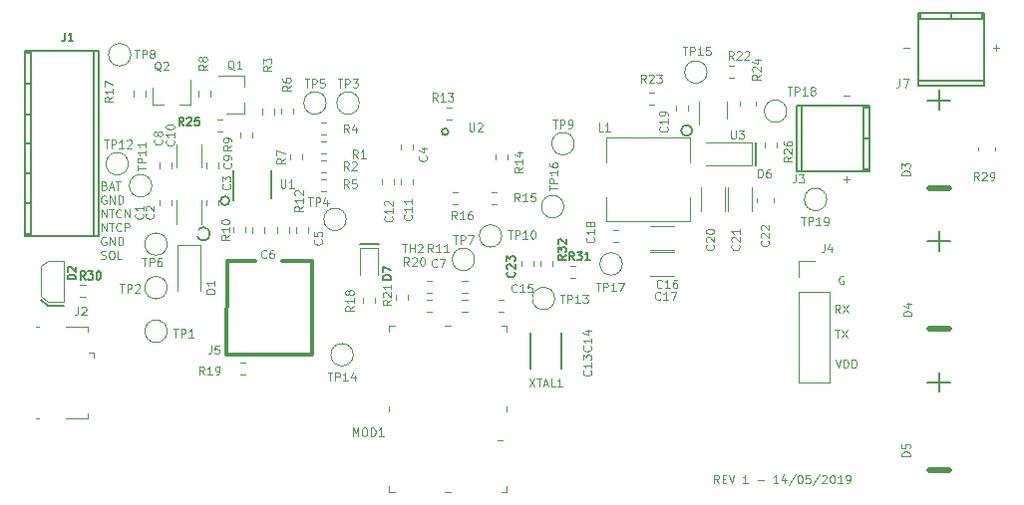
<source format=gbr>
%TF.GenerationSoftware,KiCad,Pcbnew,(5.1.2)-1*%
%TF.CreationDate,2019-05-30T14:12:01+02:00*%
%TF.ProjectId,LEOLED_rev1,4c454f4c-4544-45f7-9265-76312e6b6963,1*%
%TF.SameCoordinates,Original*%
%TF.FileFunction,Legend,Top*%
%TF.FilePolarity,Positive*%
%FSLAX46Y46*%
G04 Gerber Fmt 4.6, Leading zero omitted, Abs format (unit mm)*
G04 Created by KiCad (PCBNEW (5.1.2)-1) date 2019-05-30 14:12:01*
%MOMM*%
%LPD*%
G04 APERTURE LIST*
%ADD10C,0.125000*%
%ADD11C,0.120000*%
%ADD12C,0.100000*%
%ADD13C,0.150000*%
%ADD14C,0.500000*%
%ADD15C,0.300000*%
%ADD16C,3.000000*%
%ADD17R,1.900000X1.200000*%
%ADD18O,1.900000X1.200000*%
%ADD19R,1.900000X1.500000*%
%ADD20C,1.450000*%
%ADD21R,1.350000X0.400000*%
%ADD22R,0.600000X0.600000*%
%ADD23R,0.800000X0.800000*%
%ADD24C,1.500000*%
%ADD25R,1.000000X0.670000*%
%ADD26R,0.670000X1.000000*%
%ADD27R,1.100000X1.100000*%
%ADD28R,0.350000X0.600000*%
%ADD29R,1.200000X0.840000*%
%ADD30R,1.998980X1.998980*%
%ADD31O,1.998980X1.998980*%
%ADD32C,3.500000*%
%ADD33R,1.220000X1.250000*%
%ADD34R,1.500000X0.970000*%
%ADD35R,3.200000X0.700000*%
%ADD36R,1.150000X1.300000*%
%ADD37R,0.900000X0.950000*%
%ADD38R,1.900000X1.100000*%
%ADD39R,1.600000X1.000000*%
%ADD40R,0.650000X0.575000*%
%ADD41R,1.000000X1.600000*%
%ADD42O,1.700000X1.700000*%
%ADD43R,1.700000X1.700000*%
%ADD44R,0.740000X2.400000*%
%ADD45R,2.000000X1.800000*%
%ADD46R,0.900000X0.800000*%
%ADD47R,0.800000X0.900000*%
%ADD48R,1.300000X0.550000*%
%ADD49R,0.500000X1.000000*%
G04 APERTURE END LIST*
D10*
X5801250Y26179500D02*
X5901250Y26146167D01*
X5934583Y26112834D01*
X5967916Y26046167D01*
X5967916Y25946167D01*
X5934583Y25879500D01*
X5901250Y25846167D01*
X5834583Y25812834D01*
X5567916Y25812834D01*
X5567916Y26512834D01*
X5801250Y26512834D01*
X5867916Y26479500D01*
X5901250Y26446167D01*
X5934583Y26379500D01*
X5934583Y26312834D01*
X5901250Y26246167D01*
X5867916Y26212834D01*
X5801250Y26179500D01*
X5567916Y26179500D01*
X6234583Y26012834D02*
X6567916Y26012834D01*
X6167916Y25812834D02*
X6401250Y26512834D01*
X6634583Y25812834D01*
X6767916Y26512834D02*
X7167916Y26512834D01*
X6967916Y25812834D02*
X6967916Y26512834D01*
X5934583Y25304500D02*
X5867916Y25337834D01*
X5767916Y25337834D01*
X5667916Y25304500D01*
X5601250Y25237834D01*
X5567916Y25171167D01*
X5534583Y25037834D01*
X5534583Y24937834D01*
X5567916Y24804500D01*
X5601250Y24737834D01*
X5667916Y24671167D01*
X5767916Y24637834D01*
X5834583Y24637834D01*
X5934583Y24671167D01*
X5967916Y24704500D01*
X5967916Y24937834D01*
X5834583Y24937834D01*
X6267916Y24637834D02*
X6267916Y25337834D01*
X6667916Y24637834D01*
X6667916Y25337834D01*
X7001250Y24637834D02*
X7001250Y25337834D01*
X7167916Y25337834D01*
X7267916Y25304500D01*
X7334583Y25237834D01*
X7367916Y25171167D01*
X7401250Y25037834D01*
X7401250Y24937834D01*
X7367916Y24804500D01*
X7334583Y24737834D01*
X7267916Y24671167D01*
X7167916Y24637834D01*
X7001250Y24637834D01*
X5567916Y23462834D02*
X5567916Y24162834D01*
X5967916Y23462834D01*
X5967916Y24162834D01*
X6201250Y24162834D02*
X6601250Y24162834D01*
X6401250Y23462834D02*
X6401250Y24162834D01*
X7234583Y23529500D02*
X7201250Y23496167D01*
X7101250Y23462834D01*
X7034583Y23462834D01*
X6934583Y23496167D01*
X6867916Y23562834D01*
X6834583Y23629500D01*
X6801250Y23762834D01*
X6801250Y23862834D01*
X6834583Y23996167D01*
X6867916Y24062834D01*
X6934583Y24129500D01*
X7034583Y24162834D01*
X7101250Y24162834D01*
X7201250Y24129500D01*
X7234583Y24096167D01*
X7534583Y23462834D02*
X7534583Y24162834D01*
X7934583Y23462834D01*
X7934583Y24162834D01*
X5567916Y22287834D02*
X5567916Y22987834D01*
X5967916Y22287834D01*
X5967916Y22987834D01*
X6201250Y22987834D02*
X6601250Y22987834D01*
X6401250Y22287834D02*
X6401250Y22987834D01*
X7234583Y22354500D02*
X7201250Y22321167D01*
X7101250Y22287834D01*
X7034583Y22287834D01*
X6934583Y22321167D01*
X6867916Y22387834D01*
X6834583Y22454500D01*
X6801250Y22587834D01*
X6801250Y22687834D01*
X6834583Y22821167D01*
X6867916Y22887834D01*
X6934583Y22954500D01*
X7034583Y22987834D01*
X7101250Y22987834D01*
X7201250Y22954500D01*
X7234583Y22921167D01*
X7534583Y22287834D02*
X7534583Y22987834D01*
X7801250Y22987834D01*
X7867916Y22954500D01*
X7901250Y22921167D01*
X7934583Y22854500D01*
X7934583Y22754500D01*
X7901250Y22687834D01*
X7867916Y22654500D01*
X7801250Y22621167D01*
X7534583Y22621167D01*
X5934583Y21779500D02*
X5867916Y21812834D01*
X5767916Y21812834D01*
X5667916Y21779500D01*
X5601250Y21712834D01*
X5567916Y21646167D01*
X5534583Y21512834D01*
X5534583Y21412834D01*
X5567916Y21279500D01*
X5601250Y21212834D01*
X5667916Y21146167D01*
X5767916Y21112834D01*
X5834583Y21112834D01*
X5934583Y21146167D01*
X5967916Y21179500D01*
X5967916Y21412834D01*
X5834583Y21412834D01*
X6267916Y21112834D02*
X6267916Y21812834D01*
X6667916Y21112834D01*
X6667916Y21812834D01*
X7001250Y21112834D02*
X7001250Y21812834D01*
X7167916Y21812834D01*
X7267916Y21779500D01*
X7334583Y21712834D01*
X7367916Y21646167D01*
X7401250Y21512834D01*
X7401250Y21412834D01*
X7367916Y21279500D01*
X7334583Y21212834D01*
X7267916Y21146167D01*
X7167916Y21112834D01*
X7001250Y21112834D01*
X5534583Y19971167D02*
X5634583Y19937834D01*
X5801250Y19937834D01*
X5867916Y19971167D01*
X5901250Y20004500D01*
X5934583Y20071167D01*
X5934583Y20137834D01*
X5901250Y20204500D01*
X5867916Y20237834D01*
X5801250Y20271167D01*
X5667916Y20304500D01*
X5601250Y20337834D01*
X5567916Y20371167D01*
X5534583Y20437834D01*
X5534583Y20504500D01*
X5567916Y20571167D01*
X5601250Y20604500D01*
X5667916Y20637834D01*
X5834583Y20637834D01*
X5934583Y20604500D01*
X6367916Y20637834D02*
X6501250Y20637834D01*
X6567916Y20604500D01*
X6634583Y20537834D01*
X6667916Y20404500D01*
X6667916Y20171167D01*
X6634583Y20037834D01*
X6567916Y19971167D01*
X6501250Y19937834D01*
X6367916Y19937834D01*
X6301250Y19971167D01*
X6234583Y20037834D01*
X6201250Y20171167D01*
X6201250Y20404500D01*
X6234583Y20537834D01*
X6301250Y20604500D01*
X6367916Y20637834D01*
X7301250Y19937834D02*
X6967916Y19937834D01*
X6967916Y20637834D01*
X73633333Y37874000D02*
X74166666Y37874000D01*
X68553333Y33810000D02*
X69086666Y33810000D01*
X81253333Y37874000D02*
X81786666Y37874000D01*
X81520000Y37607334D02*
X81520000Y38140667D01*
X68553333Y26698000D02*
X69086666Y26698000D01*
X68820000Y26431334D02*
X68820000Y26964667D01*
X68571533Y18462000D02*
X68504866Y18495334D01*
X68404866Y18495334D01*
X68304866Y18462000D01*
X68238200Y18395334D01*
X68204866Y18328667D01*
X68171533Y18195334D01*
X68171533Y18095334D01*
X68204866Y17962000D01*
X68238200Y17895334D01*
X68304866Y17828667D01*
X68404866Y17795334D01*
X68471533Y17795334D01*
X68571533Y17828667D01*
X68604866Y17862000D01*
X68604866Y18095334D01*
X68471533Y18095334D01*
X67886666Y11383334D02*
X68120000Y10683334D01*
X68353333Y11383334D01*
X68586666Y10683334D02*
X68586666Y11383334D01*
X68753333Y11383334D01*
X68853333Y11350000D01*
X68920000Y11283334D01*
X68953333Y11216667D01*
X68986666Y11083334D01*
X68986666Y10983334D01*
X68953333Y10850000D01*
X68920000Y10783334D01*
X68853333Y10716667D01*
X68753333Y10683334D01*
X68586666Y10683334D01*
X69286666Y10683334D02*
X69286666Y11383334D01*
X69453333Y11383334D01*
X69553333Y11350000D01*
X69620000Y11283334D01*
X69653333Y11216667D01*
X69686666Y11083334D01*
X69686666Y10983334D01*
X69653333Y10850000D01*
X69620000Y10783334D01*
X69553333Y10716667D01*
X69453333Y10683334D01*
X69286666Y10683334D01*
X67854866Y13923334D02*
X68254866Y13923334D01*
X68054866Y13223334D02*
X68054866Y13923334D01*
X68421533Y13923334D02*
X68888200Y13223334D01*
X68888200Y13923334D02*
X68421533Y13223334D01*
X68271533Y15356934D02*
X68038200Y15690267D01*
X67871533Y15356934D02*
X67871533Y16056934D01*
X68138200Y16056934D01*
X68204866Y16023600D01*
X68238200Y15990267D01*
X68271533Y15923600D01*
X68271533Y15823600D01*
X68238200Y15756934D01*
X68204866Y15723600D01*
X68138200Y15690267D01*
X67871533Y15690267D01*
X68504866Y16056934D02*
X68971533Y15356934D01*
X68971533Y16056934D02*
X68504866Y15356934D01*
X57992333Y878934D02*
X57759000Y1212267D01*
X57592333Y878934D02*
X57592333Y1578934D01*
X57859000Y1578934D01*
X57925666Y1545600D01*
X57959000Y1512267D01*
X57992333Y1445600D01*
X57992333Y1345600D01*
X57959000Y1278934D01*
X57925666Y1245600D01*
X57859000Y1212267D01*
X57592333Y1212267D01*
X58292333Y1245600D02*
X58525666Y1245600D01*
X58625666Y878934D02*
X58292333Y878934D01*
X58292333Y1578934D01*
X58625666Y1578934D01*
X58825666Y1578934D02*
X59059000Y878934D01*
X59292333Y1578934D01*
X60425666Y878934D02*
X60025666Y878934D01*
X60225666Y878934D02*
X60225666Y1578934D01*
X60159000Y1478934D01*
X60092333Y1412267D01*
X60025666Y1378934D01*
X61259000Y1145600D02*
X61792333Y1145600D01*
X63025666Y878934D02*
X62625666Y878934D01*
X62825666Y878934D02*
X62825666Y1578934D01*
X62759000Y1478934D01*
X62692333Y1412267D01*
X62625666Y1378934D01*
X63625666Y1345600D02*
X63625666Y878934D01*
X63459000Y1612267D02*
X63292333Y1112267D01*
X63725666Y1112267D01*
X64492333Y1612267D02*
X63892333Y712267D01*
X64859000Y1578934D02*
X64925666Y1578934D01*
X64992333Y1545600D01*
X65025666Y1512267D01*
X65059000Y1445600D01*
X65092333Y1312267D01*
X65092333Y1145600D01*
X65059000Y1012267D01*
X65025666Y945600D01*
X64992333Y912267D01*
X64925666Y878934D01*
X64859000Y878934D01*
X64792333Y912267D01*
X64759000Y945600D01*
X64725666Y1012267D01*
X64692333Y1145600D01*
X64692333Y1312267D01*
X64725666Y1445600D01*
X64759000Y1512267D01*
X64792333Y1545600D01*
X64859000Y1578934D01*
X65725666Y1578934D02*
X65392333Y1578934D01*
X65359000Y1245600D01*
X65392333Y1278934D01*
X65459000Y1312267D01*
X65625666Y1312267D01*
X65692333Y1278934D01*
X65725666Y1245600D01*
X65759000Y1178934D01*
X65759000Y1012267D01*
X65725666Y945600D01*
X65692333Y912267D01*
X65625666Y878934D01*
X65459000Y878934D01*
X65392333Y912267D01*
X65359000Y945600D01*
X66559000Y1612267D02*
X65959000Y712267D01*
X66759000Y1512267D02*
X66792333Y1545600D01*
X66859000Y1578934D01*
X67025666Y1578934D01*
X67092333Y1545600D01*
X67125666Y1512267D01*
X67159000Y1445600D01*
X67159000Y1378934D01*
X67125666Y1278934D01*
X66725666Y878934D01*
X67159000Y878934D01*
X67592333Y1578934D02*
X67659000Y1578934D01*
X67725666Y1545600D01*
X67759000Y1512267D01*
X67792333Y1445600D01*
X67825666Y1312267D01*
X67825666Y1145600D01*
X67792333Y1012267D01*
X67759000Y945600D01*
X67725666Y912267D01*
X67659000Y878934D01*
X67592333Y878934D01*
X67525666Y912267D01*
X67492333Y945600D01*
X67459000Y1012267D01*
X67425666Y1145600D01*
X67425666Y1312267D01*
X67459000Y1445600D01*
X67492333Y1512267D01*
X67525666Y1545600D01*
X67592333Y1578934D01*
X68492333Y878934D02*
X68092333Y878934D01*
X68292333Y878934D02*
X68292333Y1578934D01*
X68225666Y1478934D01*
X68159000Y1412267D01*
X68092333Y1378934D01*
X68825666Y878934D02*
X68959000Y878934D01*
X69025666Y912267D01*
X69059000Y945600D01*
X69125666Y1045600D01*
X69159000Y1178934D01*
X69159000Y1445600D01*
X69125666Y1512267D01*
X69092333Y1545600D01*
X69025666Y1578934D01*
X68892333Y1578934D01*
X68825666Y1545600D01*
X68792333Y1512267D01*
X68759000Y1445600D01*
X68759000Y1278934D01*
X68792333Y1212267D01*
X68825666Y1178934D01*
X68892333Y1145600D01*
X69025666Y1145600D01*
X69092333Y1178934D01*
X69125666Y1212267D01*
X69159000Y1278934D01*
D11*
X4950000Y12000000D02*
X4500000Y12000000D01*
X4950000Y12000000D02*
X4950000Y11550000D01*
X4400000Y6400000D02*
X4400000Y6850000D01*
X2550000Y6400000D02*
X4400000Y6400000D01*
X0Y14200000D02*
X250000Y14200000D01*
X0Y6400000D02*
X250000Y6400000D01*
X2550000Y14200000D02*
X4400000Y14200000D01*
X4400000Y14200000D02*
X4400000Y13750000D01*
D12*
X30000000Y14300000D02*
X30000000Y13800000D01*
X30000000Y14300000D02*
X30500000Y14300000D01*
X30000000Y100000D02*
X30000000Y600000D01*
X30000000Y100000D02*
X30500000Y100000D01*
X40000000Y100000D02*
X39500000Y100000D01*
X40000000Y100000D02*
X40000000Y600000D01*
X40000000Y14300000D02*
X40000000Y13800000D01*
X40000000Y14300000D02*
X39500000Y14300000D01*
X39200000Y4500000D02*
X39600000Y4500000D01*
X35000000Y100000D02*
X34750000Y100000D01*
X35000000Y100000D02*
X35250000Y100000D01*
X35000000Y14300000D02*
X34750000Y14300000D01*
X35000000Y14300000D02*
X35250000Y14300000D01*
X40000000Y7200000D02*
X40000000Y7450000D01*
X40000000Y7200000D02*
X40000000Y6950000D01*
X30000000Y7200000D02*
X30000000Y7450000D01*
X30000000Y7200000D02*
X30000000Y6950000D01*
D11*
X27540000Y20850000D02*
X27540000Y18580000D01*
X29060000Y20850000D02*
X27540000Y20850000D01*
X29060000Y18580000D02*
X29060000Y20850000D01*
D13*
X29100000Y21180000D02*
X27500000Y21180000D01*
D11*
X44060000Y16580000D02*
G75*
G03X44060000Y16580000I-950000J0D01*
G01*
X43840000Y19340000D02*
X43840000Y19780000D01*
X42820000Y19340000D02*
X42820000Y19780000D01*
X45820000Y19350000D02*
X45380000Y19350000D01*
X45820000Y18330000D02*
X45380000Y18330000D01*
X4200000Y17710000D02*
X3760000Y17710000D01*
X4200000Y16690000D02*
X3760000Y16690000D01*
D13*
X1000000Y16000000D02*
X420000Y16480000D01*
D11*
X990000Y16330000D02*
X430000Y16790000D01*
X1000000Y19780000D02*
X430000Y19320000D01*
X2400000Y16330000D02*
X990000Y16330000D01*
X430000Y16790000D02*
X430000Y19320000D01*
X2400000Y19780000D02*
X990000Y19780000D01*
X2400000Y16330000D02*
X2400000Y19780000D01*
D13*
X2380000Y16000000D02*
X990000Y16000000D01*
D11*
X42270000Y19330000D02*
X42270000Y19770000D01*
X41250000Y19330000D02*
X41250000Y19770000D01*
X15380000Y30790000D02*
X15820000Y30790000D01*
X15380000Y31810000D02*
X15820000Y31810000D01*
D13*
X16437616Y24879479D02*
G75*
G03X16437616Y24879479I-382099J0D01*
G01*
X20015517Y25099479D02*
X20015517Y27499479D01*
X16770517Y24949479D02*
X16765517Y27499479D01*
X80534480Y34672800D02*
X80534480Y40870400D01*
X74936320Y34672800D02*
X80534480Y34672800D01*
X74936320Y40870400D02*
X74936320Y34672800D01*
X80534480Y40870400D02*
X74936320Y40870400D01*
X80534480Y35071580D02*
X74936320Y35071580D01*
X77735400Y40870400D02*
X77735400Y40372560D01*
X75134440Y40372560D02*
X75134440Y40870400D01*
X80336360Y40870400D02*
X80336360Y40372560D01*
X74936320Y40372560D02*
X80534480Y40372560D01*
X64601200Y27370920D02*
X70798800Y27370920D01*
X64601200Y32969080D02*
X64601200Y27370920D01*
X70798800Y32969080D02*
X64601200Y32969080D01*
X70798800Y27370920D02*
X70798800Y32969080D01*
X64999980Y27370920D02*
X64999980Y32969080D01*
X70798800Y30170000D02*
X70300960Y30170000D01*
X70300960Y32770960D02*
X70798800Y32770960D01*
X70798800Y27569040D02*
X70300960Y27569040D01*
X70300960Y32969080D02*
X70300960Y27370920D01*
D11*
X14000000Y21100000D02*
X14000000Y17250000D01*
X12000000Y21100000D02*
X12000000Y17250000D01*
X14000000Y21100000D02*
X12000000Y21100000D01*
D13*
X14780803Y22070000D02*
G75*
G03X14780803Y22070000I-560803J0D01*
G01*
D11*
X61157686Y32985830D02*
X61157686Y33285830D01*
X59737686Y32985830D02*
X59737686Y33285830D01*
X81410000Y29150000D02*
X81410000Y29450000D01*
X79990000Y29150000D02*
X79990000Y29450000D01*
D13*
X76700000Y34310000D02*
X76700000Y32640000D01*
X77630000Y33440000D02*
X75720000Y33440000D01*
D14*
X77530000Y25990000D02*
X75890000Y25990000D01*
D13*
X76700000Y22310000D02*
X76700000Y20640000D01*
X77630000Y21440000D02*
X75720000Y21440000D01*
D14*
X77530000Y13990000D02*
X75890000Y13990000D01*
D13*
X76700000Y10310000D02*
X76700000Y8640000D01*
X77630000Y9440000D02*
X75720000Y9440000D01*
D14*
X77530000Y1990000D02*
X75890000Y1990000D01*
D11*
X60747686Y27880830D02*
X56897686Y27880830D01*
X60747686Y29880830D02*
X56897686Y29880830D01*
X60747686Y27880830D02*
X60747686Y29880830D01*
D13*
X61147686Y27880830D02*
X61147686Y29880830D01*
X44632650Y10598958D02*
X44632650Y13698958D01*
X42032650Y10598958D02*
X42032650Y13698958D01*
D11*
X11505517Y24479479D02*
X11505517Y24919479D01*
X10485517Y24479479D02*
X10485517Y24919479D01*
X15505517Y24479479D02*
X15505517Y24919479D01*
X14485517Y24479479D02*
X14485517Y24919479D01*
X30990000Y29695000D02*
X30990000Y29255000D01*
X32010000Y29695000D02*
X32010000Y29255000D01*
X22085517Y22619479D02*
X22085517Y22179479D01*
X23105517Y22619479D02*
X23105517Y22179479D01*
X18385517Y22619479D02*
X18385517Y22179479D01*
X19405517Y22619479D02*
X19405517Y22179479D01*
X36620000Y16510000D02*
X36180000Y16510000D01*
X36620000Y15490000D02*
X36180000Y15490000D01*
X10485517Y28119479D02*
X10485517Y27679479D01*
X11505517Y28119479D02*
X11505517Y27679479D01*
X14485517Y28119479D02*
X14485517Y27679479D01*
X15505517Y28119479D02*
X15505517Y27679479D01*
X32010000Y26280000D02*
X32010000Y26720000D01*
X30990000Y26280000D02*
X30990000Y26720000D01*
X30410000Y26280000D02*
X30410000Y26720000D01*
X29390000Y26280000D02*
X29390000Y26720000D01*
X39280000Y15490000D02*
X39720000Y15490000D01*
X39280000Y16510000D02*
X39720000Y16510000D01*
X49463471Y22432623D02*
X49023471Y22432623D01*
X49463471Y21412623D02*
X49023471Y21412623D01*
X54337686Y33000830D02*
X54337686Y32560830D01*
X55357686Y33000830D02*
X55357686Y32560830D01*
D13*
X5294600Y37639520D02*
X-903000Y37639520D01*
X-903000Y21850880D02*
X5294600Y21850880D01*
X-903000Y34842980D02*
X-405160Y34842980D01*
X-405160Y22049000D02*
X-903000Y22049000D01*
X-903000Y37441400D02*
X-405160Y37441400D01*
X-405160Y32244560D02*
X-903000Y32244560D01*
X-405160Y29747740D02*
X-903000Y29747740D01*
X-405160Y27245840D02*
X-903000Y27245840D01*
X-405160Y24644880D02*
X-903000Y24644880D01*
X-405160Y21845800D02*
X-405160Y37644600D01*
X-903000Y37644600D02*
X-903000Y21845800D01*
X4895820Y21845800D02*
X4895820Y37644600D01*
X5294600Y21845800D02*
X5294600Y37644600D01*
D11*
X14015517Y22899479D02*
X14015517Y24899479D01*
X11975517Y24899479D02*
X11975517Y22899479D01*
X11975517Y29699479D02*
X11975517Y27699479D01*
X14015517Y27699479D02*
X14015517Y29699479D01*
X52143471Y20702623D02*
X54143471Y20702623D01*
X54143471Y22742623D02*
X52143471Y22742623D01*
X52143471Y18502623D02*
X54143471Y18502623D01*
X54143471Y20542623D02*
X52143471Y20542623D01*
X56443439Y26045033D02*
X56443439Y24045033D01*
X58483439Y24045033D02*
X58483439Y26045033D01*
X58743439Y26045033D02*
X58743439Y24045033D01*
X60783439Y24045033D02*
X60783439Y26045033D01*
X64770000Y19730000D02*
X66100000Y19730000D01*
X64770000Y18400000D02*
X64770000Y19730000D01*
X64770000Y17130000D02*
X67430000Y17130000D01*
X67430000Y17130000D02*
X67430000Y9450000D01*
X64770000Y17130000D02*
X64770000Y9450000D01*
X64770000Y9450000D02*
X67430000Y9450000D01*
D15*
X20930000Y19740000D02*
X23430000Y19740000D01*
X23430000Y19740000D02*
X23430000Y11850000D01*
X23430000Y11850000D02*
X16210000Y11850000D01*
X16210000Y11850000D02*
X16220000Y19770000D01*
X16220000Y19770000D02*
X18650000Y19770000D01*
D11*
X48397686Y23130830D02*
X48397686Y25180830D01*
X55497686Y23130830D02*
X48397686Y23130830D01*
X55497686Y25180830D02*
X55497686Y23130830D01*
X48397686Y30230830D02*
X48397686Y28180830D01*
X55497686Y30230830D02*
X48397686Y30230830D01*
X55497686Y28180830D02*
X55497686Y30230830D01*
X17655517Y32319479D02*
X16195517Y32319479D01*
X17655517Y35479479D02*
X15495517Y35479479D01*
X17655517Y35479479D02*
X17655517Y34549479D01*
X17655517Y32319479D02*
X17655517Y33249479D01*
X9920000Y33040000D02*
X9920000Y34500000D01*
X13080000Y33040000D02*
X13080000Y35200000D01*
X13080000Y33040000D02*
X12150000Y33040000D01*
X9920000Y33040000D02*
X10850000Y33040000D01*
X24180000Y28890000D02*
X24620000Y28890000D01*
X24180000Y29910000D02*
X24620000Y29910000D01*
X24180000Y27290000D02*
X24620000Y27290000D01*
X24180000Y28310000D02*
X24620000Y28310000D01*
X20210000Y32255000D02*
X20210000Y32695000D01*
X19190000Y32255000D02*
X19190000Y32695000D01*
X24620000Y31510000D02*
X24180000Y31510000D01*
X24620000Y30490000D02*
X24180000Y30490000D01*
X24620000Y26710000D02*
X24180000Y26710000D01*
X24620000Y25690000D02*
X24180000Y25690000D01*
X20790000Y32720000D02*
X20790000Y32280000D01*
X21810000Y32720000D02*
X21810000Y32280000D01*
X22610000Y28380000D02*
X22610000Y28820000D01*
X21590000Y28380000D02*
X21590000Y28820000D01*
X13785517Y34219479D02*
X13785517Y33779479D01*
X14805517Y34219479D02*
X14805517Y33779479D01*
X18405517Y30279479D02*
X18405517Y30719479D01*
X17385517Y30279479D02*
X17385517Y30719479D01*
X16785517Y22644479D02*
X16785517Y22204479D01*
X17805517Y22644479D02*
X17805517Y22204479D01*
X36620000Y18110000D02*
X36180000Y18110000D01*
X36620000Y17090000D02*
X36180000Y17090000D01*
X21505517Y22179479D02*
X21505517Y22619479D01*
X20485517Y22179479D02*
X20485517Y22619479D01*
X35295000Y32810000D02*
X34855000Y32810000D01*
X35295000Y31790000D02*
X34855000Y31790000D01*
X40010000Y28405000D02*
X40010000Y28845000D01*
X38990000Y28405000D02*
X38990000Y28845000D01*
X38705000Y24590000D02*
X39145000Y24590000D01*
X38705000Y25610000D02*
X39145000Y25610000D01*
X35405000Y24590000D02*
X35845000Y24590000D01*
X35405000Y25610000D02*
X35845000Y25610000D01*
X8290000Y34220000D02*
X8290000Y33780000D01*
X9310000Y34220000D02*
X9310000Y33780000D01*
X28810000Y16180000D02*
X28810000Y16620000D01*
X27790000Y16180000D02*
X27790000Y16620000D01*
X17795000Y11110000D02*
X17355000Y11110000D01*
X17795000Y10090000D02*
X17355000Y10090000D01*
X33620000Y18110000D02*
X33180000Y18110000D01*
X33620000Y17090000D02*
X33180000Y17090000D01*
X30590000Y16920000D02*
X30590000Y16480000D01*
X31610000Y16920000D02*
X31610000Y16480000D01*
X58827686Y35370830D02*
X59267686Y35370830D01*
X58827686Y36390830D02*
X59267686Y36390830D01*
X52027686Y33070830D02*
X52467686Y33070830D01*
X52027686Y34090830D02*
X52467686Y34090830D01*
X61253439Y25095033D02*
X61253439Y24795033D01*
X62673439Y25095033D02*
X62673439Y24795033D01*
X62910000Y29380000D02*
X62910000Y29820000D01*
X61890000Y29380000D02*
X61890000Y29820000D01*
X33180000Y15490000D02*
X33620000Y15490000D01*
X33180000Y16510000D02*
X33620000Y16510000D01*
X11150000Y13800000D02*
G75*
G03X11150000Y13800000I-950000J0D01*
G01*
X11150000Y17500000D02*
G75*
G03X11150000Y17500000I-950000J0D01*
G01*
X27450000Y33200000D02*
G75*
G03X27450000Y33200000I-950000J0D01*
G01*
X26350000Y23300000D02*
G75*
G03X26350000Y23300000I-950000J0D01*
G01*
X24650000Y33200000D02*
G75*
G03X24650000Y33200000I-950000J0D01*
G01*
X11150000Y21200000D02*
G75*
G03X11150000Y21200000I-950000J0D01*
G01*
X37250000Y19900000D02*
G75*
G03X37250000Y19900000I-950000J0D01*
G01*
X8062000Y37300000D02*
G75*
G03X8062000Y37300000I-950000J0D01*
G01*
X45710000Y29740000D02*
G75*
G03X45710000Y29740000I-950000J0D01*
G01*
X39550000Y21900000D02*
G75*
G03X39550000Y21900000I-950000J0D01*
G01*
X9840000Y26162000D02*
G75*
G03X9840000Y26162000I-950000J0D01*
G01*
X7850000Y28040000D02*
G75*
G03X7850000Y28040000I-950000J0D01*
G01*
X26950000Y11800000D02*
G75*
G03X26950000Y11800000I-950000J0D01*
G01*
X56990000Y35830000D02*
G75*
G03X56990000Y35830000I-950000J0D01*
G01*
X44830000Y24390000D02*
G75*
G03X44830000Y24390000I-950000J0D01*
G01*
X49793471Y19522623D02*
G75*
G03X49793471Y19522623I-950000J0D01*
G01*
X63750000Y32500000D02*
G75*
G03X63750000Y32500000I-950000J0D01*
G01*
X67150000Y25000000D02*
G75*
G03X67150000Y25000000I-950000J0D01*
G01*
D13*
X35032843Y30750000D02*
G75*
G03X35032843Y30750000I-282843J0D01*
G01*
D11*
X58657686Y31880830D02*
X58657686Y33280830D01*
X56337686Y33280830D02*
X56337686Y31380830D01*
D13*
X55720935Y30860830D02*
G75*
G03X55720935Y30860830I-463249J0D01*
G01*
D10*
X3576666Y15877334D02*
X3576666Y15377334D01*
X3543333Y15277334D01*
X3476666Y15210667D01*
X3376666Y15177334D01*
X3310000Y15177334D01*
X3876666Y15810667D02*
X3910000Y15844000D01*
X3976666Y15877334D01*
X4143333Y15877334D01*
X4210000Y15844000D01*
X4243333Y15810667D01*
X4276666Y15744000D01*
X4276666Y15677334D01*
X4243333Y15577334D01*
X3843333Y15177334D01*
X4276666Y15177334D01*
X26910666Y4890334D02*
X26910666Y5590334D01*
X27144000Y5090334D01*
X27377333Y5590334D01*
X27377333Y4890334D01*
X27844000Y5590334D02*
X27977333Y5590334D01*
X28044000Y5557000D01*
X28110666Y5490334D01*
X28144000Y5357000D01*
X28144000Y5123667D01*
X28110666Y4990334D01*
X28044000Y4923667D01*
X27977333Y4890334D01*
X27844000Y4890334D01*
X27777333Y4923667D01*
X27710666Y4990334D01*
X27677333Y5123667D01*
X27677333Y5357000D01*
X27710666Y5490334D01*
X27777333Y5557000D01*
X27844000Y5590334D01*
X28444000Y4890334D02*
X28444000Y5590334D01*
X28610666Y5590334D01*
X28710666Y5557000D01*
X28777333Y5490334D01*
X28810666Y5423667D01*
X28844000Y5290334D01*
X28844000Y5190334D01*
X28810666Y5057000D01*
X28777333Y4990334D01*
X28710666Y4923667D01*
X28610666Y4890334D01*
X28444000Y4890334D01*
X29510666Y4890334D02*
X29110666Y4890334D01*
X29310666Y4890334D02*
X29310666Y5590334D01*
X29244000Y5490334D01*
X29177333Y5423667D01*
X29110666Y5390334D01*
D13*
X30156666Y18203334D02*
X29456666Y18203334D01*
X29456666Y18370000D01*
X29490000Y18470000D01*
X29556666Y18536667D01*
X29623333Y18570000D01*
X29756666Y18603334D01*
X29856666Y18603334D01*
X29990000Y18570000D01*
X30056666Y18536667D01*
X30123333Y18470000D01*
X30156666Y18370000D01*
X30156666Y18203334D01*
X29456666Y18836667D02*
X29456666Y19303334D01*
X30156666Y19003334D01*
D12*
X44503333Y16893334D02*
X44903333Y16893334D01*
X44703333Y16193334D02*
X44703333Y16893334D01*
X45136666Y16193334D02*
X45136666Y16893334D01*
X45403333Y16893334D01*
X45470000Y16860000D01*
X45503333Y16826667D01*
X45536666Y16760000D01*
X45536666Y16660000D01*
X45503333Y16593334D01*
X45470000Y16560000D01*
X45403333Y16526667D01*
X45136666Y16526667D01*
X46203333Y16193334D02*
X45803333Y16193334D01*
X46003333Y16193334D02*
X46003333Y16893334D01*
X45936666Y16793334D01*
X45870000Y16726667D01*
X45803333Y16693334D01*
X46436666Y16893334D02*
X46870000Y16893334D01*
X46636666Y16626667D01*
X46736666Y16626667D01*
X46803333Y16593334D01*
X46836666Y16560000D01*
X46870000Y16493334D01*
X46870000Y16326667D01*
X46836666Y16260000D01*
X46803333Y16226667D01*
X46736666Y16193334D01*
X46536666Y16193334D01*
X46470000Y16226667D01*
X46436666Y16260000D01*
D13*
X45026666Y20270000D02*
X44693333Y20036667D01*
X45026666Y19870000D02*
X44326666Y19870000D01*
X44326666Y20136667D01*
X44360000Y20203334D01*
X44393333Y20236667D01*
X44460000Y20270000D01*
X44560000Y20270000D01*
X44626666Y20236667D01*
X44660000Y20203334D01*
X44693333Y20136667D01*
X44693333Y19870000D01*
X44326666Y20503334D02*
X44326666Y20936667D01*
X44593333Y20703334D01*
X44593333Y20803334D01*
X44626666Y20870000D01*
X44660000Y20903334D01*
X44726666Y20936667D01*
X44893333Y20936667D01*
X44960000Y20903334D01*
X44993333Y20870000D01*
X45026666Y20803334D01*
X45026666Y20603334D01*
X44993333Y20536667D01*
X44960000Y20503334D01*
X44393333Y21203334D02*
X44360000Y21236667D01*
X44326666Y21303334D01*
X44326666Y21470000D01*
X44360000Y21536667D01*
X44393333Y21570000D01*
X44460000Y21603334D01*
X44526666Y21603334D01*
X44626666Y21570000D01*
X45026666Y21170000D01*
X45026666Y21603334D01*
X45700000Y19853334D02*
X45466666Y20186667D01*
X45300000Y19853334D02*
X45300000Y20553334D01*
X45566666Y20553334D01*
X45633333Y20520000D01*
X45666666Y20486667D01*
X45700000Y20420000D01*
X45700000Y20320000D01*
X45666666Y20253334D01*
X45633333Y20220000D01*
X45566666Y20186667D01*
X45300000Y20186667D01*
X45933333Y20553334D02*
X46366666Y20553334D01*
X46133333Y20286667D01*
X46233333Y20286667D01*
X46300000Y20253334D01*
X46333333Y20220000D01*
X46366666Y20153334D01*
X46366666Y19986667D01*
X46333333Y19920000D01*
X46300000Y19886667D01*
X46233333Y19853334D01*
X46033333Y19853334D01*
X45966666Y19886667D01*
X45933333Y19920000D01*
X47033333Y19853334D02*
X46633333Y19853334D01*
X46833333Y19853334D02*
X46833333Y20553334D01*
X46766666Y20453334D01*
X46700000Y20386667D01*
X46633333Y20353334D01*
X4190000Y18203334D02*
X3956666Y18536667D01*
X3790000Y18203334D02*
X3790000Y18903334D01*
X4056666Y18903334D01*
X4123333Y18870000D01*
X4156666Y18836667D01*
X4190000Y18770000D01*
X4190000Y18670000D01*
X4156666Y18603334D01*
X4123333Y18570000D01*
X4056666Y18536667D01*
X3790000Y18536667D01*
X4423333Y18903334D02*
X4856666Y18903334D01*
X4623333Y18636667D01*
X4723333Y18636667D01*
X4790000Y18603334D01*
X4823333Y18570000D01*
X4856666Y18503334D01*
X4856666Y18336667D01*
X4823333Y18270000D01*
X4790000Y18236667D01*
X4723333Y18203334D01*
X4523333Y18203334D01*
X4456666Y18236667D01*
X4423333Y18270000D01*
X5290000Y18903334D02*
X5356666Y18903334D01*
X5423333Y18870000D01*
X5456666Y18836667D01*
X5490000Y18770000D01*
X5523333Y18636667D01*
X5523333Y18470000D01*
X5490000Y18336667D01*
X5456666Y18270000D01*
X5423333Y18236667D01*
X5356666Y18203334D01*
X5290000Y18203334D01*
X5223333Y18236667D01*
X5190000Y18270000D01*
X5156666Y18336667D01*
X5123333Y18470000D01*
X5123333Y18636667D01*
X5156666Y18770000D01*
X5190000Y18836667D01*
X5223333Y18870000D01*
X5290000Y18903334D01*
X3366666Y18213334D02*
X2666666Y18213334D01*
X2666666Y18380000D01*
X2700000Y18480000D01*
X2766666Y18546667D01*
X2833333Y18580000D01*
X2966666Y18613334D01*
X3066666Y18613334D01*
X3200000Y18580000D01*
X3266666Y18546667D01*
X3333333Y18480000D01*
X3366666Y18380000D01*
X3366666Y18213334D01*
X2733333Y18880000D02*
X2700000Y18913334D01*
X2666666Y18980000D01*
X2666666Y19146667D01*
X2700000Y19213334D01*
X2733333Y19246667D01*
X2800000Y19280000D01*
X2866666Y19280000D01*
X2966666Y19246667D01*
X3366666Y18846667D01*
X3366666Y19280000D01*
X40620000Y18830000D02*
X40653333Y18796667D01*
X40686666Y18696667D01*
X40686666Y18630000D01*
X40653333Y18530000D01*
X40586666Y18463334D01*
X40520000Y18430000D01*
X40386666Y18396667D01*
X40286666Y18396667D01*
X40153333Y18430000D01*
X40086666Y18463334D01*
X40020000Y18530000D01*
X39986666Y18630000D01*
X39986666Y18696667D01*
X40020000Y18796667D01*
X40053333Y18830000D01*
X40053333Y19096667D02*
X40020000Y19130000D01*
X39986666Y19196667D01*
X39986666Y19363334D01*
X40020000Y19430000D01*
X40053333Y19463334D01*
X40120000Y19496667D01*
X40186666Y19496667D01*
X40286666Y19463334D01*
X40686666Y19063334D01*
X40686666Y19496667D01*
X39986666Y19730000D02*
X39986666Y20163334D01*
X40253333Y19930000D01*
X40253333Y20030000D01*
X40286666Y20096667D01*
X40320000Y20130000D01*
X40386666Y20163334D01*
X40553333Y20163334D01*
X40620000Y20130000D01*
X40653333Y20096667D01*
X40686666Y20030000D01*
X40686666Y19830000D01*
X40653333Y19763334D01*
X40620000Y19730000D01*
X12550000Y31283334D02*
X12316666Y31616667D01*
X12150000Y31283334D02*
X12150000Y31983334D01*
X12416666Y31983334D01*
X12483333Y31950000D01*
X12516666Y31916667D01*
X12550000Y31850000D01*
X12550000Y31750000D01*
X12516666Y31683334D01*
X12483333Y31650000D01*
X12416666Y31616667D01*
X12150000Y31616667D01*
X12816666Y31916667D02*
X12850000Y31950000D01*
X12916666Y31983334D01*
X13083333Y31983334D01*
X13150000Y31950000D01*
X13183333Y31916667D01*
X13216666Y31850000D01*
X13216666Y31783334D01*
X13183333Y31683334D01*
X12783333Y31283334D01*
X13216666Y31283334D01*
X13850000Y31983334D02*
X13516666Y31983334D01*
X13483333Y31650000D01*
X13516666Y31683334D01*
X13583333Y31716667D01*
X13750000Y31716667D01*
X13816666Y31683334D01*
X13850000Y31650000D01*
X13883333Y31583334D01*
X13883333Y31416667D01*
X13850000Y31350000D01*
X13816666Y31316667D01*
X13750000Y31283334D01*
X13583333Y31283334D01*
X13516666Y31316667D01*
X13483333Y31350000D01*
D10*
X20802666Y26672334D02*
X20802666Y26105667D01*
X20836000Y26039000D01*
X20869333Y26005667D01*
X20936000Y25972334D01*
X21069333Y25972334D01*
X21136000Y26005667D01*
X21169333Y26039000D01*
X21202666Y26105667D01*
X21202666Y26672334D01*
X21902666Y25972334D02*
X21502666Y25972334D01*
X21702666Y25972334D02*
X21702666Y26672334D01*
X21636000Y26572334D01*
X21569333Y26505667D01*
X21502666Y26472334D01*
X73361866Y35233934D02*
X73361866Y34733934D01*
X73328533Y34633934D01*
X73261866Y34567267D01*
X73161866Y34533934D01*
X73095200Y34533934D01*
X73628533Y35233934D02*
X74095200Y35233934D01*
X73795200Y34533934D01*
X64522666Y27131334D02*
X64522666Y26631334D01*
X64489333Y26531334D01*
X64422666Y26464667D01*
X64322666Y26431334D01*
X64256000Y26431334D01*
X64789333Y27131334D02*
X65222666Y27131334D01*
X64989333Y26864667D01*
X65089333Y26864667D01*
X65156000Y26831334D01*
X65189333Y26798000D01*
X65222666Y26731334D01*
X65222666Y26564667D01*
X65189333Y26498000D01*
X65156000Y26464667D01*
X65089333Y26431334D01*
X64889333Y26431334D01*
X64822666Y26464667D01*
X64789333Y26498000D01*
X15175666Y17009334D02*
X14475666Y17009334D01*
X14475666Y17176000D01*
X14509000Y17276000D01*
X14575666Y17342667D01*
X14642333Y17376000D01*
X14775666Y17409334D01*
X14875666Y17409334D01*
X15009000Y17376000D01*
X15075666Y17342667D01*
X15142333Y17276000D01*
X15175666Y17176000D01*
X15175666Y17009334D01*
X15175666Y18076000D02*
X15175666Y17676000D01*
X15175666Y17876000D02*
X14475666Y17876000D01*
X14575666Y17809334D01*
X14642333Y17742667D01*
X14675666Y17676000D01*
X61530666Y35618000D02*
X61197333Y35384667D01*
X61530666Y35218000D02*
X60830666Y35218000D01*
X60830666Y35484667D01*
X60864000Y35551334D01*
X60897333Y35584667D01*
X60964000Y35618000D01*
X61064000Y35618000D01*
X61130666Y35584667D01*
X61164000Y35551334D01*
X61197333Y35484667D01*
X61197333Y35218000D01*
X60897333Y35884667D02*
X60864000Y35918000D01*
X60830666Y35984667D01*
X60830666Y36151334D01*
X60864000Y36218000D01*
X60897333Y36251334D01*
X60964000Y36284667D01*
X61030666Y36284667D01*
X61130666Y36251334D01*
X61530666Y35851334D01*
X61530666Y36284667D01*
X61064000Y36884667D02*
X61530666Y36884667D01*
X60797333Y36718000D02*
X61297333Y36551334D01*
X61297333Y36984667D01*
X80068000Y26607334D02*
X79834666Y26940667D01*
X79668000Y26607334D02*
X79668000Y27307334D01*
X79934666Y27307334D01*
X80001333Y27274000D01*
X80034666Y27240667D01*
X80068000Y27174000D01*
X80068000Y27074000D01*
X80034666Y27007334D01*
X80001333Y26974000D01*
X79934666Y26940667D01*
X79668000Y26940667D01*
X80334666Y27240667D02*
X80368000Y27274000D01*
X80434666Y27307334D01*
X80601333Y27307334D01*
X80668000Y27274000D01*
X80701333Y27240667D01*
X80734666Y27174000D01*
X80734666Y27107334D01*
X80701333Y27007334D01*
X80301333Y26607334D01*
X80734666Y26607334D01*
X81068000Y26607334D02*
X81201333Y26607334D01*
X81268000Y26640667D01*
X81301333Y26674000D01*
X81368000Y26774000D01*
X81401333Y26907334D01*
X81401333Y27174000D01*
X81368000Y27240667D01*
X81334666Y27274000D01*
X81268000Y27307334D01*
X81134666Y27307334D01*
X81068000Y27274000D01*
X81034666Y27240667D01*
X81001333Y27174000D01*
X81001333Y27007334D01*
X81034666Y26940667D01*
X81068000Y26907334D01*
X81134666Y26874000D01*
X81268000Y26874000D01*
X81334666Y26907334D01*
X81368000Y26940667D01*
X81401333Y27007334D01*
X74230666Y27042334D02*
X73530666Y27042334D01*
X73530666Y27209000D01*
X73564000Y27309000D01*
X73630666Y27375667D01*
X73697333Y27409000D01*
X73830666Y27442334D01*
X73930666Y27442334D01*
X74064000Y27409000D01*
X74130666Y27375667D01*
X74197333Y27309000D01*
X74230666Y27209000D01*
X74230666Y27042334D01*
X73530666Y27675667D02*
X73530666Y28109000D01*
X73797333Y27875667D01*
X73797333Y27975667D01*
X73830666Y28042334D01*
X73864000Y28075667D01*
X73930666Y28109000D01*
X74097333Y28109000D01*
X74164000Y28075667D01*
X74197333Y28042334D01*
X74230666Y27975667D01*
X74230666Y27775667D01*
X74197333Y27709000D01*
X74164000Y27675667D01*
X74357666Y15104334D02*
X73657666Y15104334D01*
X73657666Y15271000D01*
X73691000Y15371000D01*
X73757666Y15437667D01*
X73824333Y15471000D01*
X73957666Y15504334D01*
X74057666Y15504334D01*
X74191000Y15471000D01*
X74257666Y15437667D01*
X74324333Y15371000D01*
X74357666Y15271000D01*
X74357666Y15104334D01*
X73891000Y16104334D02*
X74357666Y16104334D01*
X73624333Y15937667D02*
X74124333Y15771000D01*
X74124333Y16204334D01*
X74230666Y3166334D02*
X73530666Y3166334D01*
X73530666Y3333000D01*
X73564000Y3433000D01*
X73630666Y3499667D01*
X73697333Y3533000D01*
X73830666Y3566334D01*
X73930666Y3566334D01*
X74064000Y3533000D01*
X74130666Y3499667D01*
X74197333Y3433000D01*
X74230666Y3333000D01*
X74230666Y3166334D01*
X73530666Y4199667D02*
X73530666Y3866334D01*
X73864000Y3833000D01*
X73830666Y3866334D01*
X73797333Y3933000D01*
X73797333Y4099667D01*
X73830666Y4166334D01*
X73864000Y4199667D01*
X73930666Y4233000D01*
X74097333Y4233000D01*
X74164000Y4199667D01*
X74197333Y4166334D01*
X74230666Y4099667D01*
X74230666Y3933000D01*
X74197333Y3866334D01*
X74164000Y3833000D01*
X61332333Y26861334D02*
X61332333Y27561334D01*
X61499000Y27561334D01*
X61599000Y27528000D01*
X61665666Y27461334D01*
X61699000Y27394667D01*
X61732333Y27261334D01*
X61732333Y27161334D01*
X61699000Y27028000D01*
X61665666Y26961334D01*
X61599000Y26894667D01*
X61499000Y26861334D01*
X61332333Y26861334D01*
X62332333Y27561334D02*
X62199000Y27561334D01*
X62132333Y27528000D01*
X62099000Y27494667D01*
X62032333Y27394667D01*
X61999000Y27261334D01*
X61999000Y26994667D01*
X62032333Y26928000D01*
X62065666Y26894667D01*
X62132333Y26861334D01*
X62265666Y26861334D01*
X62332333Y26894667D01*
X62365666Y26928000D01*
X62399000Y26994667D01*
X62399000Y27161334D01*
X62365666Y27228000D01*
X62332333Y27261334D01*
X62265666Y27294667D01*
X62132333Y27294667D01*
X62065666Y27261334D01*
X62032333Y27228000D01*
X61999000Y27161334D01*
X41890333Y9781334D02*
X42357000Y9081334D01*
X42357000Y9781334D02*
X41890333Y9081334D01*
X42523666Y9781334D02*
X42923666Y9781334D01*
X42723666Y9081334D02*
X42723666Y9781334D01*
X43123666Y9281334D02*
X43457000Y9281334D01*
X43057000Y9081334D02*
X43290333Y9781334D01*
X43523666Y9081334D01*
X44090333Y9081334D02*
X43757000Y9081334D01*
X43757000Y9781334D01*
X44690333Y9081334D02*
X44290333Y9081334D01*
X44490333Y9081334D02*
X44490333Y9781334D01*
X44423666Y9681334D01*
X44357000Y9614667D01*
X44290333Y9581334D01*
X9050000Y23783334D02*
X9083333Y23750000D01*
X9116666Y23650000D01*
X9116666Y23583334D01*
X9083333Y23483334D01*
X9016666Y23416667D01*
X8950000Y23383334D01*
X8816666Y23350000D01*
X8716666Y23350000D01*
X8583333Y23383334D01*
X8516666Y23416667D01*
X8450000Y23483334D01*
X8416666Y23583334D01*
X8416666Y23650000D01*
X8450000Y23750000D01*
X8483333Y23783334D01*
X9116666Y24450000D02*
X9116666Y24050000D01*
X9116666Y24250000D02*
X8416666Y24250000D01*
X8516666Y24183334D01*
X8583333Y24116667D01*
X8616666Y24050000D01*
X16450000Y26283334D02*
X16483333Y26250000D01*
X16516666Y26150000D01*
X16516666Y26083334D01*
X16483333Y25983334D01*
X16416666Y25916667D01*
X16350000Y25883334D01*
X16216666Y25850000D01*
X16116666Y25850000D01*
X15983333Y25883334D01*
X15916666Y25916667D01*
X15850000Y25983334D01*
X15816666Y26083334D01*
X15816666Y26150000D01*
X15850000Y26250000D01*
X15883333Y26283334D01*
X15816666Y26516667D02*
X15816666Y26950000D01*
X16083333Y26716667D01*
X16083333Y26816667D01*
X16116666Y26883334D01*
X16150000Y26916667D01*
X16216666Y26950000D01*
X16383333Y26950000D01*
X16450000Y26916667D01*
X16483333Y26883334D01*
X16516666Y26816667D01*
X16516666Y26616667D01*
X16483333Y26550000D01*
X16450000Y26516667D01*
X33143000Y28712334D02*
X33176333Y28679000D01*
X33209666Y28579000D01*
X33209666Y28512334D01*
X33176333Y28412334D01*
X33109666Y28345667D01*
X33043000Y28312334D01*
X32909666Y28279000D01*
X32809666Y28279000D01*
X32676333Y28312334D01*
X32609666Y28345667D01*
X32543000Y28412334D01*
X32509666Y28512334D01*
X32509666Y28579000D01*
X32543000Y28679000D01*
X32576333Y28712334D01*
X32743000Y29312334D02*
X33209666Y29312334D01*
X32476333Y29145667D02*
X32976333Y28979000D01*
X32976333Y29412334D01*
X24253000Y21600334D02*
X24286333Y21567000D01*
X24319666Y21467000D01*
X24319666Y21400334D01*
X24286333Y21300334D01*
X24219666Y21233667D01*
X24153000Y21200334D01*
X24019666Y21167000D01*
X23919666Y21167000D01*
X23786333Y21200334D01*
X23719666Y21233667D01*
X23653000Y21300334D01*
X23619666Y21400334D01*
X23619666Y21467000D01*
X23653000Y21567000D01*
X23686333Y21600334D01*
X23619666Y22233667D02*
X23619666Y21900334D01*
X23953000Y21867000D01*
X23919666Y21900334D01*
X23886333Y21967000D01*
X23886333Y22133667D01*
X23919666Y22200334D01*
X23953000Y22233667D01*
X24019666Y22267000D01*
X24186333Y22267000D01*
X24253000Y22233667D01*
X24286333Y22200334D01*
X24319666Y22133667D01*
X24319666Y21967000D01*
X24286333Y21900334D01*
X24253000Y21867000D01*
X19568333Y20070000D02*
X19535000Y20036667D01*
X19435000Y20003334D01*
X19368333Y20003334D01*
X19268333Y20036667D01*
X19201666Y20103334D01*
X19168333Y20170000D01*
X19135000Y20303334D01*
X19135000Y20403334D01*
X19168333Y20536667D01*
X19201666Y20603334D01*
X19268333Y20670000D01*
X19368333Y20703334D01*
X19435000Y20703334D01*
X19535000Y20670000D01*
X19568333Y20636667D01*
X20168333Y20703334D02*
X20035000Y20703334D01*
X19968333Y20670000D01*
X19935000Y20636667D01*
X19868333Y20536667D01*
X19835000Y20403334D01*
X19835000Y20136667D01*
X19868333Y20070000D01*
X19901666Y20036667D01*
X19968333Y20003334D01*
X20101666Y20003334D01*
X20168333Y20036667D01*
X20201666Y20070000D01*
X20235000Y20136667D01*
X20235000Y20303334D01*
X20201666Y20370000D01*
X20168333Y20403334D01*
X20101666Y20436667D01*
X19968333Y20436667D01*
X19901666Y20403334D01*
X19868333Y20370000D01*
X19835000Y20303334D01*
X34046333Y19308000D02*
X34013000Y19274667D01*
X33913000Y19241334D01*
X33846333Y19241334D01*
X33746333Y19274667D01*
X33679666Y19341334D01*
X33646333Y19408000D01*
X33613000Y19541334D01*
X33613000Y19641334D01*
X33646333Y19774667D01*
X33679666Y19841334D01*
X33746333Y19908000D01*
X33846333Y19941334D01*
X33913000Y19941334D01*
X34013000Y19908000D01*
X34046333Y19874667D01*
X34279666Y19941334D02*
X34746333Y19941334D01*
X34446333Y19241334D01*
X10664000Y30109334D02*
X10697333Y30076000D01*
X10730666Y29976000D01*
X10730666Y29909334D01*
X10697333Y29809334D01*
X10630666Y29742667D01*
X10564000Y29709334D01*
X10430666Y29676000D01*
X10330666Y29676000D01*
X10197333Y29709334D01*
X10130666Y29742667D01*
X10064000Y29809334D01*
X10030666Y29909334D01*
X10030666Y29976000D01*
X10064000Y30076000D01*
X10097333Y30109334D01*
X10330666Y30509334D02*
X10297333Y30442667D01*
X10264000Y30409334D01*
X10197333Y30376000D01*
X10164000Y30376000D01*
X10097333Y30409334D01*
X10064000Y30442667D01*
X10030666Y30509334D01*
X10030666Y30642667D01*
X10064000Y30709334D01*
X10097333Y30742667D01*
X10164000Y30776000D01*
X10197333Y30776000D01*
X10264000Y30742667D01*
X10297333Y30709334D01*
X10330666Y30642667D01*
X10330666Y30509334D01*
X10364000Y30442667D01*
X10397333Y30409334D01*
X10464000Y30376000D01*
X10597333Y30376000D01*
X10664000Y30409334D01*
X10697333Y30442667D01*
X10730666Y30509334D01*
X10730666Y30642667D01*
X10697333Y30709334D01*
X10664000Y30742667D01*
X10597333Y30776000D01*
X10464000Y30776000D01*
X10397333Y30742667D01*
X10364000Y30709334D01*
X10330666Y30642667D01*
X16550000Y28083334D02*
X16583333Y28050000D01*
X16616666Y27950000D01*
X16616666Y27883334D01*
X16583333Y27783334D01*
X16516666Y27716667D01*
X16450000Y27683334D01*
X16316666Y27650000D01*
X16216666Y27650000D01*
X16083333Y27683334D01*
X16016666Y27716667D01*
X15950000Y27783334D01*
X15916666Y27883334D01*
X15916666Y27950000D01*
X15950000Y28050000D01*
X15983333Y28083334D01*
X16616666Y28416667D02*
X16616666Y28550000D01*
X16583333Y28616667D01*
X16550000Y28650000D01*
X16450000Y28716667D01*
X16316666Y28750000D01*
X16050000Y28750000D01*
X15983333Y28716667D01*
X15950000Y28683334D01*
X15916666Y28616667D01*
X15916666Y28483334D01*
X15950000Y28416667D01*
X15983333Y28383334D01*
X16050000Y28350000D01*
X16216666Y28350000D01*
X16283333Y28383334D01*
X16316666Y28416667D01*
X16350000Y28483334D01*
X16350000Y28616667D01*
X16316666Y28683334D01*
X16283333Y28716667D01*
X16216666Y28750000D01*
X31873000Y23680000D02*
X31906333Y23646667D01*
X31939666Y23546667D01*
X31939666Y23480000D01*
X31906333Y23380000D01*
X31839666Y23313334D01*
X31773000Y23280000D01*
X31639666Y23246667D01*
X31539666Y23246667D01*
X31406333Y23280000D01*
X31339666Y23313334D01*
X31273000Y23380000D01*
X31239666Y23480000D01*
X31239666Y23546667D01*
X31273000Y23646667D01*
X31306333Y23680000D01*
X31939666Y24346667D02*
X31939666Y23946667D01*
X31939666Y24146667D02*
X31239666Y24146667D01*
X31339666Y24080000D01*
X31406333Y24013334D01*
X31439666Y23946667D01*
X31939666Y25013334D02*
X31939666Y24613334D01*
X31939666Y24813334D02*
X31239666Y24813334D01*
X31339666Y24746667D01*
X31406333Y24680000D01*
X31439666Y24613334D01*
X30222000Y23553000D02*
X30255333Y23519667D01*
X30288666Y23419667D01*
X30288666Y23353000D01*
X30255333Y23253000D01*
X30188666Y23186334D01*
X30122000Y23153000D01*
X29988666Y23119667D01*
X29888666Y23119667D01*
X29755333Y23153000D01*
X29688666Y23186334D01*
X29622000Y23253000D01*
X29588666Y23353000D01*
X29588666Y23419667D01*
X29622000Y23519667D01*
X29655333Y23553000D01*
X30288666Y24219667D02*
X30288666Y23819667D01*
X30288666Y24019667D02*
X29588666Y24019667D01*
X29688666Y23953000D01*
X29755333Y23886334D01*
X29788666Y23819667D01*
X29655333Y24486334D02*
X29622000Y24519667D01*
X29588666Y24586334D01*
X29588666Y24753000D01*
X29622000Y24819667D01*
X29655333Y24853000D01*
X29722000Y24886334D01*
X29788666Y24886334D01*
X29888666Y24853000D01*
X30288666Y24453000D01*
X30288666Y24886334D01*
X40825000Y17180000D02*
X40791666Y17146667D01*
X40691666Y17113334D01*
X40625000Y17113334D01*
X40525000Y17146667D01*
X40458333Y17213334D01*
X40425000Y17280000D01*
X40391666Y17413334D01*
X40391666Y17513334D01*
X40425000Y17646667D01*
X40458333Y17713334D01*
X40525000Y17780000D01*
X40625000Y17813334D01*
X40691666Y17813334D01*
X40791666Y17780000D01*
X40825000Y17746667D01*
X41491666Y17113334D02*
X41091666Y17113334D01*
X41291666Y17113334D02*
X41291666Y17813334D01*
X41225000Y17713334D01*
X41158333Y17646667D01*
X41091666Y17613334D01*
X42125000Y17813334D02*
X41791666Y17813334D01*
X41758333Y17480000D01*
X41791666Y17513334D01*
X41858333Y17546667D01*
X42025000Y17546667D01*
X42091666Y17513334D01*
X42125000Y17480000D01*
X42158333Y17413334D01*
X42158333Y17246667D01*
X42125000Y17180000D01*
X42091666Y17146667D01*
X42025000Y17113334D01*
X41858333Y17113334D01*
X41791666Y17146667D01*
X41758333Y17180000D01*
X47367000Y21775000D02*
X47400333Y21741667D01*
X47433666Y21641667D01*
X47433666Y21575000D01*
X47400333Y21475000D01*
X47333666Y21408334D01*
X47267000Y21375000D01*
X47133666Y21341667D01*
X47033666Y21341667D01*
X46900333Y21375000D01*
X46833666Y21408334D01*
X46767000Y21475000D01*
X46733666Y21575000D01*
X46733666Y21641667D01*
X46767000Y21741667D01*
X46800333Y21775000D01*
X47433666Y22441667D02*
X47433666Y22041667D01*
X47433666Y22241667D02*
X46733666Y22241667D01*
X46833666Y22175000D01*
X46900333Y22108334D01*
X46933666Y22041667D01*
X47033666Y22841667D02*
X47000333Y22775000D01*
X46967000Y22741667D01*
X46900333Y22708334D01*
X46867000Y22708334D01*
X46800333Y22741667D01*
X46767000Y22775000D01*
X46733666Y22841667D01*
X46733666Y22975000D01*
X46767000Y23041667D01*
X46800333Y23075000D01*
X46867000Y23108334D01*
X46900333Y23108334D01*
X46967000Y23075000D01*
X47000333Y23041667D01*
X47033666Y22975000D01*
X47033666Y22841667D01*
X47067000Y22775000D01*
X47100333Y22741667D01*
X47167000Y22708334D01*
X47300333Y22708334D01*
X47367000Y22741667D01*
X47400333Y22775000D01*
X47433666Y22841667D01*
X47433666Y22975000D01*
X47400333Y23041667D01*
X47367000Y23075000D01*
X47300333Y23108334D01*
X47167000Y23108334D01*
X47100333Y23075000D01*
X47067000Y23041667D01*
X47033666Y22975000D01*
X53590000Y31173000D02*
X53623333Y31139667D01*
X53656666Y31039667D01*
X53656666Y30973000D01*
X53623333Y30873000D01*
X53556666Y30806334D01*
X53490000Y30773000D01*
X53356666Y30739667D01*
X53256666Y30739667D01*
X53123333Y30773000D01*
X53056666Y30806334D01*
X52990000Y30873000D01*
X52956666Y30973000D01*
X52956666Y31039667D01*
X52990000Y31139667D01*
X53023333Y31173000D01*
X53656666Y31839667D02*
X53656666Y31439667D01*
X53656666Y31639667D02*
X52956666Y31639667D01*
X53056666Y31573000D01*
X53123333Y31506334D01*
X53156666Y31439667D01*
X53656666Y32173000D02*
X53656666Y32306334D01*
X53623333Y32373000D01*
X53590000Y32406334D01*
X53490000Y32473000D01*
X53356666Y32506334D01*
X53090000Y32506334D01*
X53023333Y32473000D01*
X52990000Y32439667D01*
X52956666Y32373000D01*
X52956666Y32239667D01*
X52990000Y32173000D01*
X53023333Y32139667D01*
X53090000Y32106334D01*
X53256666Y32106334D01*
X53323333Y32139667D01*
X53356666Y32173000D01*
X53390000Y32239667D01*
X53390000Y32373000D01*
X53356666Y32439667D01*
X53323333Y32473000D01*
X53256666Y32506334D01*
D13*
X2470466Y39170934D02*
X2470466Y38670934D01*
X2437133Y38570934D01*
X2370466Y38504267D01*
X2270466Y38470934D01*
X2203800Y38470934D01*
X3170466Y38470934D02*
X2770466Y38470934D01*
X2970466Y38470934D02*
X2970466Y39170934D01*
X2903800Y39070934D01*
X2837133Y39004267D01*
X2770466Y38970934D01*
D10*
X9950000Y23783334D02*
X9983333Y23750000D01*
X10016666Y23650000D01*
X10016666Y23583334D01*
X9983333Y23483334D01*
X9916666Y23416667D01*
X9850000Y23383334D01*
X9716666Y23350000D01*
X9616666Y23350000D01*
X9483333Y23383334D01*
X9416666Y23416667D01*
X9350000Y23483334D01*
X9316666Y23583334D01*
X9316666Y23650000D01*
X9350000Y23750000D01*
X9383333Y23783334D01*
X9383333Y24050000D02*
X9350000Y24083334D01*
X9316666Y24150000D01*
X9316666Y24316667D01*
X9350000Y24383334D01*
X9383333Y24416667D01*
X9450000Y24450000D01*
X9516666Y24450000D01*
X9616666Y24416667D01*
X10016666Y24016667D01*
X10016666Y24450000D01*
X11680000Y30030000D02*
X11713333Y29996667D01*
X11746666Y29896667D01*
X11746666Y29830000D01*
X11713333Y29730000D01*
X11646666Y29663334D01*
X11580000Y29630000D01*
X11446666Y29596667D01*
X11346666Y29596667D01*
X11213333Y29630000D01*
X11146666Y29663334D01*
X11080000Y29730000D01*
X11046666Y29830000D01*
X11046666Y29896667D01*
X11080000Y29996667D01*
X11113333Y30030000D01*
X11746666Y30696667D02*
X11746666Y30296667D01*
X11746666Y30496667D02*
X11046666Y30496667D01*
X11146666Y30430000D01*
X11213333Y30363334D01*
X11246666Y30296667D01*
X11046666Y31130000D02*
X11046666Y31196667D01*
X11080000Y31263334D01*
X11113333Y31296667D01*
X11180000Y31330000D01*
X11313333Y31363334D01*
X11480000Y31363334D01*
X11613333Y31330000D01*
X11680000Y31296667D01*
X11713333Y31263334D01*
X11746666Y31196667D01*
X11746666Y31130000D01*
X11713333Y31063334D01*
X11680000Y31030000D01*
X11613333Y30996667D01*
X11480000Y30963334D01*
X11313333Y30963334D01*
X11180000Y30996667D01*
X11113333Y31030000D01*
X11080000Y31063334D01*
X11046666Y31130000D01*
X47082650Y10448958D02*
X47115983Y10415625D01*
X47149316Y10315625D01*
X47149316Y10248958D01*
X47115983Y10148958D01*
X47049316Y10082292D01*
X46982650Y10048958D01*
X46849316Y10015625D01*
X46749316Y10015625D01*
X46615983Y10048958D01*
X46549316Y10082292D01*
X46482650Y10148958D01*
X46449316Y10248958D01*
X46449316Y10315625D01*
X46482650Y10415625D01*
X46515983Y10448958D01*
X47149316Y11115625D02*
X47149316Y10715625D01*
X47149316Y10915625D02*
X46449316Y10915625D01*
X46549316Y10848958D01*
X46615983Y10782292D01*
X46649316Y10715625D01*
X46449316Y11348958D02*
X46449316Y11782292D01*
X46715983Y11548958D01*
X46715983Y11648958D01*
X46749316Y11715625D01*
X46782650Y11748958D01*
X46849316Y11782292D01*
X47015983Y11782292D01*
X47082650Y11748958D01*
X47115983Y11715625D01*
X47149316Y11648958D01*
X47149316Y11448958D01*
X47115983Y11382292D01*
X47082650Y11348958D01*
X47082650Y12536458D02*
X47115983Y12503125D01*
X47149316Y12403125D01*
X47149316Y12336458D01*
X47115983Y12236458D01*
X47049316Y12169792D01*
X46982650Y12136458D01*
X46849316Y12103125D01*
X46749316Y12103125D01*
X46615983Y12136458D01*
X46549316Y12169792D01*
X46482650Y12236458D01*
X46449316Y12336458D01*
X46449316Y12403125D01*
X46482650Y12503125D01*
X46515983Y12536458D01*
X47149316Y13203125D02*
X47149316Y12803125D01*
X47149316Y13003125D02*
X46449316Y13003125D01*
X46549316Y12936458D01*
X46615983Y12869792D01*
X46649316Y12803125D01*
X46682650Y13803125D02*
X47149316Y13803125D01*
X46415983Y13636458D02*
X46915983Y13469792D01*
X46915983Y13903125D01*
X53144000Y17530000D02*
X53110666Y17496667D01*
X53010666Y17463334D01*
X52944000Y17463334D01*
X52844000Y17496667D01*
X52777333Y17563334D01*
X52744000Y17630000D01*
X52710666Y17763334D01*
X52710666Y17863334D01*
X52744000Y17996667D01*
X52777333Y18063334D01*
X52844000Y18130000D01*
X52944000Y18163334D01*
X53010666Y18163334D01*
X53110666Y18130000D01*
X53144000Y18096667D01*
X53810666Y17463334D02*
X53410666Y17463334D01*
X53610666Y17463334D02*
X53610666Y18163334D01*
X53544000Y18063334D01*
X53477333Y17996667D01*
X53410666Y17963334D01*
X54410666Y18163334D02*
X54277333Y18163334D01*
X54210666Y18130000D01*
X54177333Y18096667D01*
X54110666Y17996667D01*
X54077333Y17863334D01*
X54077333Y17596667D01*
X54110666Y17530000D01*
X54144000Y17496667D01*
X54210666Y17463334D01*
X54344000Y17463334D01*
X54410666Y17496667D01*
X54444000Y17530000D01*
X54477333Y17596667D01*
X54477333Y17763334D01*
X54444000Y17830000D01*
X54410666Y17863334D01*
X54344000Y17896667D01*
X54210666Y17896667D01*
X54144000Y17863334D01*
X54110666Y17830000D01*
X54077333Y17763334D01*
X53017000Y16514000D02*
X52983666Y16480667D01*
X52883666Y16447334D01*
X52817000Y16447334D01*
X52717000Y16480667D01*
X52650333Y16547334D01*
X52617000Y16614000D01*
X52583666Y16747334D01*
X52583666Y16847334D01*
X52617000Y16980667D01*
X52650333Y17047334D01*
X52717000Y17114000D01*
X52817000Y17147334D01*
X52883666Y17147334D01*
X52983666Y17114000D01*
X53017000Y17080667D01*
X53683666Y16447334D02*
X53283666Y16447334D01*
X53483666Y16447334D02*
X53483666Y17147334D01*
X53417000Y17047334D01*
X53350333Y16980667D01*
X53283666Y16947334D01*
X53917000Y17147334D02*
X54383666Y17147334D01*
X54083666Y16447334D01*
X57527000Y21140000D02*
X57560333Y21106667D01*
X57593666Y21006667D01*
X57593666Y20940000D01*
X57560333Y20840000D01*
X57493666Y20773334D01*
X57427000Y20740000D01*
X57293666Y20706667D01*
X57193666Y20706667D01*
X57060333Y20740000D01*
X56993666Y20773334D01*
X56927000Y20840000D01*
X56893666Y20940000D01*
X56893666Y21006667D01*
X56927000Y21106667D01*
X56960333Y21140000D01*
X56960333Y21406667D02*
X56927000Y21440000D01*
X56893666Y21506667D01*
X56893666Y21673334D01*
X56927000Y21740000D01*
X56960333Y21773334D01*
X57027000Y21806667D01*
X57093666Y21806667D01*
X57193666Y21773334D01*
X57593666Y21373334D01*
X57593666Y21806667D01*
X56893666Y22240000D02*
X56893666Y22306667D01*
X56927000Y22373334D01*
X56960333Y22406667D01*
X57027000Y22440000D01*
X57160333Y22473334D01*
X57327000Y22473334D01*
X57460333Y22440000D01*
X57527000Y22406667D01*
X57560333Y22373334D01*
X57593666Y22306667D01*
X57593666Y22240000D01*
X57560333Y22173334D01*
X57527000Y22140000D01*
X57460333Y22106667D01*
X57327000Y22073334D01*
X57160333Y22073334D01*
X57027000Y22106667D01*
X56960333Y22140000D01*
X56927000Y22173334D01*
X56893666Y22240000D01*
X59686000Y21140000D02*
X59719333Y21106667D01*
X59752666Y21006667D01*
X59752666Y20940000D01*
X59719333Y20840000D01*
X59652666Y20773334D01*
X59586000Y20740000D01*
X59452666Y20706667D01*
X59352666Y20706667D01*
X59219333Y20740000D01*
X59152666Y20773334D01*
X59086000Y20840000D01*
X59052666Y20940000D01*
X59052666Y21006667D01*
X59086000Y21106667D01*
X59119333Y21140000D01*
X59119333Y21406667D02*
X59086000Y21440000D01*
X59052666Y21506667D01*
X59052666Y21673334D01*
X59086000Y21740000D01*
X59119333Y21773334D01*
X59186000Y21806667D01*
X59252666Y21806667D01*
X59352666Y21773334D01*
X59752666Y21373334D01*
X59752666Y21806667D01*
X59752666Y22473334D02*
X59752666Y22073334D01*
X59752666Y22273334D02*
X59052666Y22273334D01*
X59152666Y22206667D01*
X59219333Y22140000D01*
X59252666Y22073334D01*
X66949666Y21211334D02*
X66949666Y20711334D01*
X66916333Y20611334D01*
X66849666Y20544667D01*
X66749666Y20511334D01*
X66683000Y20511334D01*
X67583000Y20978000D02*
X67583000Y20511334D01*
X67416333Y21244667D02*
X67249666Y20744667D01*
X67683000Y20744667D01*
X14879666Y12575334D02*
X14879666Y12075334D01*
X14846333Y11975334D01*
X14779666Y11908667D01*
X14679666Y11875334D01*
X14613000Y11875334D01*
X15546333Y12575334D02*
X15213000Y12575334D01*
X15179666Y12242000D01*
X15213000Y12275334D01*
X15279666Y12308667D01*
X15446333Y12308667D01*
X15513000Y12275334D01*
X15546333Y12242000D01*
X15579666Y12175334D01*
X15579666Y12008667D01*
X15546333Y11942000D01*
X15513000Y11908667D01*
X15446333Y11875334D01*
X15279666Y11875334D01*
X15213000Y11908667D01*
X15179666Y11942000D01*
X48143333Y30798334D02*
X47810000Y30798334D01*
X47810000Y31498334D01*
X48743333Y30798334D02*
X48343333Y30798334D01*
X48543333Y30798334D02*
X48543333Y31498334D01*
X48476666Y31398334D01*
X48410000Y31331667D01*
X48343333Y31298334D01*
X16828850Y36016146D02*
X16762183Y36049479D01*
X16695517Y36116146D01*
X16595517Y36216146D01*
X16528850Y36249479D01*
X16462183Y36249479D01*
X16495517Y36082813D02*
X16428850Y36116146D01*
X16362183Y36182813D01*
X16328850Y36316146D01*
X16328850Y36549479D01*
X16362183Y36682813D01*
X16428850Y36749479D01*
X16495517Y36782813D01*
X16628850Y36782813D01*
X16695517Y36749479D01*
X16762183Y36682813D01*
X16795517Y36549479D01*
X16795517Y36316146D01*
X16762183Y36182813D01*
X16695517Y36116146D01*
X16628850Y36082813D01*
X16495517Y36082813D01*
X17462183Y36082813D02*
X17062183Y36082813D01*
X17262183Y36082813D02*
X17262183Y36782813D01*
X17195517Y36682813D01*
X17128850Y36616146D01*
X17062183Y36582813D01*
X10601333Y35938667D02*
X10534666Y35972000D01*
X10468000Y36038667D01*
X10368000Y36138667D01*
X10301333Y36172000D01*
X10234666Y36172000D01*
X10268000Y36005334D02*
X10201333Y36038667D01*
X10134666Y36105334D01*
X10101333Y36238667D01*
X10101333Y36472000D01*
X10134666Y36605334D01*
X10201333Y36672000D01*
X10268000Y36705334D01*
X10401333Y36705334D01*
X10468000Y36672000D01*
X10534666Y36605334D01*
X10568000Y36472000D01*
X10568000Y36238667D01*
X10534666Y36105334D01*
X10468000Y36038667D01*
X10401333Y36005334D01*
X10268000Y36005334D01*
X10834666Y36638667D02*
X10868000Y36672000D01*
X10934666Y36705334D01*
X11101333Y36705334D01*
X11168000Y36672000D01*
X11201333Y36638667D01*
X11234666Y36572000D01*
X11234666Y36505334D01*
X11201333Y36405334D01*
X10801333Y36005334D01*
X11234666Y36005334D01*
X27315333Y28512334D02*
X27082000Y28845667D01*
X26915333Y28512334D02*
X26915333Y29212334D01*
X27182000Y29212334D01*
X27248666Y29179000D01*
X27282000Y29145667D01*
X27315333Y29079000D01*
X27315333Y28979000D01*
X27282000Y28912334D01*
X27248666Y28879000D01*
X27182000Y28845667D01*
X26915333Y28845667D01*
X27982000Y28512334D02*
X27582000Y28512334D01*
X27782000Y28512334D02*
X27782000Y29212334D01*
X27715333Y29112334D01*
X27648666Y29045667D01*
X27582000Y29012334D01*
X26553333Y27496334D02*
X26320000Y27829667D01*
X26153333Y27496334D02*
X26153333Y28196334D01*
X26420000Y28196334D01*
X26486666Y28163000D01*
X26520000Y28129667D01*
X26553333Y28063000D01*
X26553333Y27963000D01*
X26520000Y27896334D01*
X26486666Y27863000D01*
X26420000Y27829667D01*
X26153333Y27829667D01*
X26820000Y28129667D02*
X26853333Y28163000D01*
X26920000Y28196334D01*
X27086666Y28196334D01*
X27153333Y28163000D01*
X27186666Y28129667D01*
X27220000Y28063000D01*
X27220000Y27996334D01*
X27186666Y27896334D01*
X26786666Y27496334D01*
X27220000Y27496334D01*
X20001666Y36332334D02*
X19668333Y36099000D01*
X20001666Y35932334D02*
X19301666Y35932334D01*
X19301666Y36199000D01*
X19335000Y36265667D01*
X19368333Y36299000D01*
X19435000Y36332334D01*
X19535000Y36332334D01*
X19601666Y36299000D01*
X19635000Y36265667D01*
X19668333Y36199000D01*
X19668333Y35932334D01*
X19301666Y36565667D02*
X19301666Y36999000D01*
X19568333Y36765667D01*
X19568333Y36865667D01*
X19601666Y36932334D01*
X19635000Y36965667D01*
X19701666Y36999000D01*
X19868333Y36999000D01*
X19935000Y36965667D01*
X19968333Y36932334D01*
X20001666Y36865667D01*
X20001666Y36665667D01*
X19968333Y36599000D01*
X19935000Y36565667D01*
X26553333Y30671334D02*
X26320000Y31004667D01*
X26153333Y30671334D02*
X26153333Y31371334D01*
X26420000Y31371334D01*
X26486666Y31338000D01*
X26520000Y31304667D01*
X26553333Y31238000D01*
X26553333Y31138000D01*
X26520000Y31071334D01*
X26486666Y31038000D01*
X26420000Y31004667D01*
X26153333Y31004667D01*
X27153333Y31138000D02*
X27153333Y30671334D01*
X26986666Y31404667D02*
X26820000Y30904667D01*
X27253333Y30904667D01*
X26553333Y25972334D02*
X26320000Y26305667D01*
X26153333Y25972334D02*
X26153333Y26672334D01*
X26420000Y26672334D01*
X26486666Y26639000D01*
X26520000Y26605667D01*
X26553333Y26539000D01*
X26553333Y26439000D01*
X26520000Y26372334D01*
X26486666Y26339000D01*
X26420000Y26305667D01*
X26153333Y26305667D01*
X27186666Y26672334D02*
X26853333Y26672334D01*
X26820000Y26339000D01*
X26853333Y26372334D01*
X26920000Y26405667D01*
X27086666Y26405667D01*
X27153333Y26372334D01*
X27186666Y26339000D01*
X27220000Y26272334D01*
X27220000Y26105667D01*
X27186666Y26039000D01*
X27153333Y26005667D01*
X27086666Y25972334D01*
X26920000Y25972334D01*
X26853333Y26005667D01*
X26820000Y26039000D01*
X21652666Y34681334D02*
X21319333Y34448000D01*
X21652666Y34281334D02*
X20952666Y34281334D01*
X20952666Y34548000D01*
X20986000Y34614667D01*
X21019333Y34648000D01*
X21086000Y34681334D01*
X21186000Y34681334D01*
X21252666Y34648000D01*
X21286000Y34614667D01*
X21319333Y34548000D01*
X21319333Y34281334D01*
X20952666Y35281334D02*
X20952666Y35148000D01*
X20986000Y35081334D01*
X21019333Y35048000D01*
X21119333Y34981334D01*
X21252666Y34948000D01*
X21519333Y34948000D01*
X21586000Y34981334D01*
X21619333Y35014667D01*
X21652666Y35081334D01*
X21652666Y35214667D01*
X21619333Y35281334D01*
X21586000Y35314667D01*
X21519333Y35348000D01*
X21352666Y35348000D01*
X21286000Y35314667D01*
X21252666Y35281334D01*
X21219333Y35214667D01*
X21219333Y35081334D01*
X21252666Y35014667D01*
X21286000Y34981334D01*
X21352666Y34948000D01*
X21144666Y28483334D02*
X20811333Y28250000D01*
X21144666Y28083334D02*
X20444666Y28083334D01*
X20444666Y28350000D01*
X20478000Y28416667D01*
X20511333Y28450000D01*
X20578000Y28483334D01*
X20678000Y28483334D01*
X20744666Y28450000D01*
X20778000Y28416667D01*
X20811333Y28350000D01*
X20811333Y28083334D01*
X20444666Y28716667D02*
X20444666Y29183334D01*
X21144666Y28883334D01*
X14540666Y36459334D02*
X14207333Y36226000D01*
X14540666Y36059334D02*
X13840666Y36059334D01*
X13840666Y36326000D01*
X13874000Y36392667D01*
X13907333Y36426000D01*
X13974000Y36459334D01*
X14074000Y36459334D01*
X14140666Y36426000D01*
X14174000Y36392667D01*
X14207333Y36326000D01*
X14207333Y36059334D01*
X14140666Y36859334D02*
X14107333Y36792667D01*
X14074000Y36759334D01*
X14007333Y36726000D01*
X13974000Y36726000D01*
X13907333Y36759334D01*
X13874000Y36792667D01*
X13840666Y36859334D01*
X13840666Y36992667D01*
X13874000Y37059334D01*
X13907333Y37092667D01*
X13974000Y37126000D01*
X14007333Y37126000D01*
X14074000Y37092667D01*
X14107333Y37059334D01*
X14140666Y36992667D01*
X14140666Y36859334D01*
X14174000Y36792667D01*
X14207333Y36759334D01*
X14274000Y36726000D01*
X14407333Y36726000D01*
X14474000Y36759334D01*
X14507333Y36792667D01*
X14540666Y36859334D01*
X14540666Y36992667D01*
X14507333Y37059334D01*
X14474000Y37092667D01*
X14407333Y37126000D01*
X14274000Y37126000D01*
X14207333Y37092667D01*
X14174000Y37059334D01*
X14140666Y36992667D01*
X16616666Y29583334D02*
X16283333Y29350000D01*
X16616666Y29183334D02*
X15916666Y29183334D01*
X15916666Y29450000D01*
X15950000Y29516667D01*
X15983333Y29550000D01*
X16050000Y29583334D01*
X16150000Y29583334D01*
X16216666Y29550000D01*
X16250000Y29516667D01*
X16283333Y29450000D01*
X16283333Y29183334D01*
X16616666Y29916667D02*
X16616666Y30050000D01*
X16583333Y30116667D01*
X16550000Y30150000D01*
X16450000Y30216667D01*
X16316666Y30250000D01*
X16050000Y30250000D01*
X15983333Y30216667D01*
X15950000Y30183334D01*
X15916666Y30116667D01*
X15916666Y29983334D01*
X15950000Y29916667D01*
X15983333Y29883334D01*
X16050000Y29850000D01*
X16216666Y29850000D01*
X16283333Y29883334D01*
X16316666Y29916667D01*
X16350000Y29983334D01*
X16350000Y30116667D01*
X16316666Y30183334D01*
X16283333Y30216667D01*
X16216666Y30250000D01*
X16445666Y21974479D02*
X16112333Y21741146D01*
X16445666Y21574479D02*
X15745666Y21574479D01*
X15745666Y21841146D01*
X15779000Y21907813D01*
X15812333Y21941146D01*
X15879000Y21974479D01*
X15979000Y21974479D01*
X16045666Y21941146D01*
X16079000Y21907813D01*
X16112333Y21841146D01*
X16112333Y21574479D01*
X16445666Y22641146D02*
X16445666Y22241146D01*
X16445666Y22441146D02*
X15745666Y22441146D01*
X15845666Y22374479D01*
X15912333Y22307813D01*
X15945666Y22241146D01*
X15745666Y23074479D02*
X15745666Y23141146D01*
X15779000Y23207813D01*
X15812333Y23241146D01*
X15879000Y23274479D01*
X16012333Y23307813D01*
X16179000Y23307813D01*
X16312333Y23274479D01*
X16379000Y23241146D01*
X16412333Y23207813D01*
X16445666Y23141146D01*
X16445666Y23074479D01*
X16412333Y23007813D01*
X16379000Y22974479D01*
X16312333Y22941146D01*
X16179000Y22907813D01*
X16012333Y22907813D01*
X15879000Y22941146D01*
X15812333Y22974479D01*
X15779000Y23007813D01*
X15745666Y23074479D01*
X33713000Y20511334D02*
X33479666Y20844667D01*
X33313000Y20511334D02*
X33313000Y21211334D01*
X33579666Y21211334D01*
X33646333Y21178000D01*
X33679666Y21144667D01*
X33713000Y21078000D01*
X33713000Y20978000D01*
X33679666Y20911334D01*
X33646333Y20878000D01*
X33579666Y20844667D01*
X33313000Y20844667D01*
X34379666Y20511334D02*
X33979666Y20511334D01*
X34179666Y20511334D02*
X34179666Y21211334D01*
X34113000Y21111334D01*
X34046333Y21044667D01*
X33979666Y21011334D01*
X35046333Y20511334D02*
X34646333Y20511334D01*
X34846333Y20511334D02*
X34846333Y21211334D01*
X34779666Y21111334D01*
X34713000Y21044667D01*
X34646333Y21011334D01*
X22668666Y24442000D02*
X22335333Y24208667D01*
X22668666Y24042000D02*
X21968666Y24042000D01*
X21968666Y24308667D01*
X22002000Y24375334D01*
X22035333Y24408667D01*
X22102000Y24442000D01*
X22202000Y24442000D01*
X22268666Y24408667D01*
X22302000Y24375334D01*
X22335333Y24308667D01*
X22335333Y24042000D01*
X22668666Y25108667D02*
X22668666Y24708667D01*
X22668666Y24908667D02*
X21968666Y24908667D01*
X22068666Y24842000D01*
X22135333Y24775334D01*
X22168666Y24708667D01*
X22035333Y25375334D02*
X22002000Y25408667D01*
X21968666Y25475334D01*
X21968666Y25642000D01*
X22002000Y25708667D01*
X22035333Y25742000D01*
X22102000Y25775334D01*
X22168666Y25775334D01*
X22268666Y25742000D01*
X22668666Y25342000D01*
X22668666Y25775334D01*
X34094000Y33338334D02*
X33860666Y33671667D01*
X33694000Y33338334D02*
X33694000Y34038334D01*
X33960666Y34038334D01*
X34027333Y34005000D01*
X34060666Y33971667D01*
X34094000Y33905000D01*
X34094000Y33805000D01*
X34060666Y33738334D01*
X34027333Y33705000D01*
X33960666Y33671667D01*
X33694000Y33671667D01*
X34760666Y33338334D02*
X34360666Y33338334D01*
X34560666Y33338334D02*
X34560666Y34038334D01*
X34494000Y33938334D01*
X34427333Y33871667D01*
X34360666Y33838334D01*
X34994000Y34038334D02*
X35427333Y34038334D01*
X35194000Y33771667D01*
X35294000Y33771667D01*
X35360666Y33738334D01*
X35394000Y33705000D01*
X35427333Y33638334D01*
X35427333Y33471667D01*
X35394000Y33405000D01*
X35360666Y33371667D01*
X35294000Y33338334D01*
X35094000Y33338334D01*
X35027333Y33371667D01*
X34994000Y33405000D01*
X41337666Y27744000D02*
X41004333Y27510667D01*
X41337666Y27344000D02*
X40637666Y27344000D01*
X40637666Y27610667D01*
X40671000Y27677334D01*
X40704333Y27710667D01*
X40771000Y27744000D01*
X40871000Y27744000D01*
X40937666Y27710667D01*
X40971000Y27677334D01*
X41004333Y27610667D01*
X41004333Y27344000D01*
X41337666Y28410667D02*
X41337666Y28010667D01*
X41337666Y28210667D02*
X40637666Y28210667D01*
X40737666Y28144000D01*
X40804333Y28077334D01*
X40837666Y28010667D01*
X40871000Y29010667D02*
X41337666Y29010667D01*
X40604333Y28844000D02*
X41104333Y28677334D01*
X41104333Y29110667D01*
X41079000Y24829334D02*
X40845666Y25162667D01*
X40679000Y24829334D02*
X40679000Y25529334D01*
X40945666Y25529334D01*
X41012333Y25496000D01*
X41045666Y25462667D01*
X41079000Y25396000D01*
X41079000Y25296000D01*
X41045666Y25229334D01*
X41012333Y25196000D01*
X40945666Y25162667D01*
X40679000Y25162667D01*
X41745666Y24829334D02*
X41345666Y24829334D01*
X41545666Y24829334D02*
X41545666Y25529334D01*
X41479000Y25429334D01*
X41412333Y25362667D01*
X41345666Y25329334D01*
X42379000Y25529334D02*
X42045666Y25529334D01*
X42012333Y25196000D01*
X42045666Y25229334D01*
X42112333Y25262667D01*
X42279000Y25262667D01*
X42345666Y25229334D01*
X42379000Y25196000D01*
X42412333Y25129334D01*
X42412333Y24962667D01*
X42379000Y24896000D01*
X42345666Y24862667D01*
X42279000Y24829334D01*
X42112333Y24829334D01*
X42045666Y24862667D01*
X42012333Y24896000D01*
X35745000Y23305334D02*
X35511666Y23638667D01*
X35345000Y23305334D02*
X35345000Y24005334D01*
X35611666Y24005334D01*
X35678333Y23972000D01*
X35711666Y23938667D01*
X35745000Y23872000D01*
X35745000Y23772000D01*
X35711666Y23705334D01*
X35678333Y23672000D01*
X35611666Y23638667D01*
X35345000Y23638667D01*
X36411666Y23305334D02*
X36011666Y23305334D01*
X36211666Y23305334D02*
X36211666Y24005334D01*
X36145000Y23905334D01*
X36078333Y23838667D01*
X36011666Y23805334D01*
X37011666Y24005334D02*
X36878333Y24005334D01*
X36811666Y23972000D01*
X36778333Y23938667D01*
X36711666Y23838667D01*
X36678333Y23705334D01*
X36678333Y23438667D01*
X36711666Y23372000D01*
X36745000Y23338667D01*
X36811666Y23305334D01*
X36945000Y23305334D01*
X37011666Y23338667D01*
X37045000Y23372000D01*
X37078333Y23438667D01*
X37078333Y23605334D01*
X37045000Y23672000D01*
X37011666Y23705334D01*
X36945000Y23738667D01*
X36811666Y23738667D01*
X36745000Y23705334D01*
X36711666Y23672000D01*
X36678333Y23605334D01*
X6539666Y33713000D02*
X6206333Y33479667D01*
X6539666Y33313000D02*
X5839666Y33313000D01*
X5839666Y33579667D01*
X5873000Y33646334D01*
X5906333Y33679667D01*
X5973000Y33713000D01*
X6073000Y33713000D01*
X6139666Y33679667D01*
X6173000Y33646334D01*
X6206333Y33579667D01*
X6206333Y33313000D01*
X6539666Y34379667D02*
X6539666Y33979667D01*
X6539666Y34179667D02*
X5839666Y34179667D01*
X5939666Y34113000D01*
X6006333Y34046334D01*
X6039666Y33979667D01*
X5839666Y34613000D02*
X5839666Y35079667D01*
X6539666Y34779667D01*
X26966666Y15950000D02*
X26633333Y15716667D01*
X26966666Y15550000D02*
X26266666Y15550000D01*
X26266666Y15816667D01*
X26300000Y15883334D01*
X26333333Y15916667D01*
X26400000Y15950000D01*
X26500000Y15950000D01*
X26566666Y15916667D01*
X26600000Y15883334D01*
X26633333Y15816667D01*
X26633333Y15550000D01*
X26966666Y16616667D02*
X26966666Y16216667D01*
X26966666Y16416667D02*
X26266666Y16416667D01*
X26366666Y16350000D01*
X26433333Y16283334D01*
X26466666Y16216667D01*
X26566666Y17016667D02*
X26533333Y16950000D01*
X26500000Y16916667D01*
X26433333Y16883334D01*
X26400000Y16883334D01*
X26333333Y16916667D01*
X26300000Y16950000D01*
X26266666Y17016667D01*
X26266666Y17150000D01*
X26300000Y17216667D01*
X26333333Y17250000D01*
X26400000Y17283334D01*
X26433333Y17283334D01*
X26500000Y17250000D01*
X26533333Y17216667D01*
X26566666Y17150000D01*
X26566666Y17016667D01*
X26600000Y16950000D01*
X26633333Y16916667D01*
X26700000Y16883334D01*
X26833333Y16883334D01*
X26900000Y16916667D01*
X26933333Y16950000D01*
X26966666Y17016667D01*
X26966666Y17150000D01*
X26933333Y17216667D01*
X26900000Y17250000D01*
X26833333Y17283334D01*
X26700000Y17283334D01*
X26633333Y17250000D01*
X26600000Y17216667D01*
X26566666Y17150000D01*
X14282000Y10097334D02*
X14048666Y10430667D01*
X13882000Y10097334D02*
X13882000Y10797334D01*
X14148666Y10797334D01*
X14215333Y10764000D01*
X14248666Y10730667D01*
X14282000Y10664000D01*
X14282000Y10564000D01*
X14248666Y10497334D01*
X14215333Y10464000D01*
X14148666Y10430667D01*
X13882000Y10430667D01*
X14948666Y10097334D02*
X14548666Y10097334D01*
X14748666Y10097334D02*
X14748666Y10797334D01*
X14682000Y10697334D01*
X14615333Y10630667D01*
X14548666Y10597334D01*
X15282000Y10097334D02*
X15415333Y10097334D01*
X15482000Y10130667D01*
X15515333Y10164000D01*
X15582000Y10264000D01*
X15615333Y10397334D01*
X15615333Y10664000D01*
X15582000Y10730667D01*
X15548666Y10764000D01*
X15482000Y10797334D01*
X15348666Y10797334D01*
X15282000Y10764000D01*
X15248666Y10730667D01*
X15215333Y10664000D01*
X15215333Y10497334D01*
X15248666Y10430667D01*
X15282000Y10397334D01*
X15348666Y10364000D01*
X15482000Y10364000D01*
X15548666Y10397334D01*
X15582000Y10430667D01*
X15615333Y10497334D01*
X31681000Y19368334D02*
X31447666Y19701667D01*
X31281000Y19368334D02*
X31281000Y20068334D01*
X31547666Y20068334D01*
X31614333Y20035000D01*
X31647666Y20001667D01*
X31681000Y19935000D01*
X31681000Y19835000D01*
X31647666Y19768334D01*
X31614333Y19735000D01*
X31547666Y19701667D01*
X31281000Y19701667D01*
X31947666Y20001667D02*
X31981000Y20035000D01*
X32047666Y20068334D01*
X32214333Y20068334D01*
X32281000Y20035000D01*
X32314333Y20001667D01*
X32347666Y19935000D01*
X32347666Y19868334D01*
X32314333Y19768334D01*
X31914333Y19368334D01*
X32347666Y19368334D01*
X32781000Y20068334D02*
X32847666Y20068334D01*
X32914333Y20035000D01*
X32947666Y20001667D01*
X32981000Y19935000D01*
X33014333Y19801667D01*
X33014333Y19635000D01*
X32981000Y19501667D01*
X32947666Y19435000D01*
X32914333Y19401667D01*
X32847666Y19368334D01*
X32781000Y19368334D01*
X32714333Y19401667D01*
X32681000Y19435000D01*
X32647666Y19501667D01*
X32614333Y19635000D01*
X32614333Y19801667D01*
X32647666Y19935000D01*
X32681000Y20001667D01*
X32714333Y20035000D01*
X32781000Y20068334D01*
X30161666Y16441000D02*
X29828333Y16207667D01*
X30161666Y16041000D02*
X29461666Y16041000D01*
X29461666Y16307667D01*
X29495000Y16374334D01*
X29528333Y16407667D01*
X29595000Y16441000D01*
X29695000Y16441000D01*
X29761666Y16407667D01*
X29795000Y16374334D01*
X29828333Y16307667D01*
X29828333Y16041000D01*
X29528333Y16707667D02*
X29495000Y16741000D01*
X29461666Y16807667D01*
X29461666Y16974334D01*
X29495000Y17041000D01*
X29528333Y17074334D01*
X29595000Y17107667D01*
X29661666Y17107667D01*
X29761666Y17074334D01*
X30161666Y16674334D01*
X30161666Y17107667D01*
X30161666Y17774334D02*
X30161666Y17374334D01*
X30161666Y17574334D02*
X29461666Y17574334D01*
X29561666Y17507667D01*
X29628333Y17441000D01*
X29661666Y17374334D01*
X59240000Y36894334D02*
X59006666Y37227667D01*
X58840000Y36894334D02*
X58840000Y37594334D01*
X59106666Y37594334D01*
X59173333Y37561000D01*
X59206666Y37527667D01*
X59240000Y37461000D01*
X59240000Y37361000D01*
X59206666Y37294334D01*
X59173333Y37261000D01*
X59106666Y37227667D01*
X58840000Y37227667D01*
X59506666Y37527667D02*
X59540000Y37561000D01*
X59606666Y37594334D01*
X59773333Y37594334D01*
X59840000Y37561000D01*
X59873333Y37527667D01*
X59906666Y37461000D01*
X59906666Y37394334D01*
X59873333Y37294334D01*
X59473333Y36894334D01*
X59906666Y36894334D01*
X60173333Y37527667D02*
X60206666Y37561000D01*
X60273333Y37594334D01*
X60440000Y37594334D01*
X60506666Y37561000D01*
X60540000Y37527667D01*
X60573333Y37461000D01*
X60573333Y37394334D01*
X60540000Y37294334D01*
X60140000Y36894334D01*
X60573333Y36894334D01*
X51797686Y34914164D02*
X51564352Y35247497D01*
X51397686Y34914164D02*
X51397686Y35614164D01*
X51664352Y35614164D01*
X51731019Y35580830D01*
X51764352Y35547497D01*
X51797686Y35480830D01*
X51797686Y35380830D01*
X51764352Y35314164D01*
X51731019Y35280830D01*
X51664352Y35247497D01*
X51397686Y35247497D01*
X52064352Y35547497D02*
X52097686Y35580830D01*
X52164352Y35614164D01*
X52331019Y35614164D01*
X52397686Y35580830D01*
X52431019Y35547497D01*
X52464352Y35480830D01*
X52464352Y35414164D01*
X52431019Y35314164D01*
X52031019Y34914164D01*
X52464352Y34914164D01*
X52697686Y35614164D02*
X53131019Y35614164D01*
X52897686Y35347497D01*
X52997686Y35347497D01*
X53064352Y35314164D01*
X53097686Y35280830D01*
X53131019Y35214164D01*
X53131019Y35047497D01*
X53097686Y34980830D01*
X53064352Y34947497D01*
X52997686Y34914164D01*
X52797686Y34914164D01*
X52731019Y34947497D01*
X52697686Y34980830D01*
X62170000Y21480000D02*
X62203333Y21446667D01*
X62236666Y21346667D01*
X62236666Y21280000D01*
X62203333Y21180000D01*
X62136666Y21113334D01*
X62070000Y21080000D01*
X61936666Y21046667D01*
X61836666Y21046667D01*
X61703333Y21080000D01*
X61636666Y21113334D01*
X61570000Y21180000D01*
X61536666Y21280000D01*
X61536666Y21346667D01*
X61570000Y21446667D01*
X61603333Y21480000D01*
X61603333Y21746667D02*
X61570000Y21780000D01*
X61536666Y21846667D01*
X61536666Y22013334D01*
X61570000Y22080000D01*
X61603333Y22113334D01*
X61670000Y22146667D01*
X61736666Y22146667D01*
X61836666Y22113334D01*
X62236666Y21713334D01*
X62236666Y22146667D01*
X61603333Y22413334D02*
X61570000Y22446667D01*
X61536666Y22513334D01*
X61536666Y22680000D01*
X61570000Y22746667D01*
X61603333Y22780000D01*
X61670000Y22813334D01*
X61736666Y22813334D01*
X61836666Y22780000D01*
X62236666Y22380000D01*
X62236666Y22813334D01*
X64197666Y28633000D02*
X63864333Y28399667D01*
X64197666Y28233000D02*
X63497666Y28233000D01*
X63497666Y28499667D01*
X63531000Y28566334D01*
X63564333Y28599667D01*
X63631000Y28633000D01*
X63731000Y28633000D01*
X63797666Y28599667D01*
X63831000Y28566334D01*
X63864333Y28499667D01*
X63864333Y28233000D01*
X63564333Y28899667D02*
X63531000Y28933000D01*
X63497666Y28999667D01*
X63497666Y29166334D01*
X63531000Y29233000D01*
X63564333Y29266334D01*
X63631000Y29299667D01*
X63697666Y29299667D01*
X63797666Y29266334D01*
X64197666Y28866334D01*
X64197666Y29299667D01*
X63497666Y29899667D02*
X63497666Y29766334D01*
X63531000Y29699667D01*
X63564333Y29666334D01*
X63664333Y29599667D01*
X63797666Y29566334D01*
X64064333Y29566334D01*
X64131000Y29599667D01*
X64164333Y29633000D01*
X64197666Y29699667D01*
X64197666Y29833000D01*
X64164333Y29899667D01*
X64131000Y29933000D01*
X64064333Y29966334D01*
X63897666Y29966334D01*
X63831000Y29933000D01*
X63797666Y29899667D01*
X63764333Y29833000D01*
X63764333Y29699667D01*
X63797666Y29633000D01*
X63831000Y29599667D01*
X63897666Y29566334D01*
X31104000Y21211334D02*
X31504000Y21211334D01*
X31304000Y20511334D02*
X31304000Y21211334D01*
X31737333Y20511334D02*
X31737333Y21211334D01*
X31737333Y20878000D02*
X32137333Y20878000D01*
X32137333Y20511334D02*
X32137333Y21211334D01*
X32437333Y21144667D02*
X32470666Y21178000D01*
X32537333Y21211334D01*
X32704000Y21211334D01*
X32770666Y21178000D01*
X32804000Y21144667D01*
X32837333Y21078000D01*
X32837333Y21011334D01*
X32804000Y20911334D01*
X32404000Y20511334D01*
X32837333Y20511334D01*
X11689666Y13972334D02*
X12089666Y13972334D01*
X11889666Y13272334D02*
X11889666Y13972334D01*
X12323000Y13272334D02*
X12323000Y13972334D01*
X12589666Y13972334D01*
X12656333Y13939000D01*
X12689666Y13905667D01*
X12723000Y13839000D01*
X12723000Y13739000D01*
X12689666Y13672334D01*
X12656333Y13639000D01*
X12589666Y13605667D01*
X12323000Y13605667D01*
X13389666Y13272334D02*
X12989666Y13272334D01*
X13189666Y13272334D02*
X13189666Y13972334D01*
X13123000Y13872334D01*
X13056333Y13805667D01*
X12989666Y13772334D01*
X7117666Y17782334D02*
X7517666Y17782334D01*
X7317666Y17082334D02*
X7317666Y17782334D01*
X7751000Y17082334D02*
X7751000Y17782334D01*
X8017666Y17782334D01*
X8084333Y17749000D01*
X8117666Y17715667D01*
X8151000Y17649000D01*
X8151000Y17549000D01*
X8117666Y17482334D01*
X8084333Y17449000D01*
X8017666Y17415667D01*
X7751000Y17415667D01*
X8417666Y17715667D02*
X8451000Y17749000D01*
X8517666Y17782334D01*
X8684333Y17782334D01*
X8751000Y17749000D01*
X8784333Y17715667D01*
X8817666Y17649000D01*
X8817666Y17582334D01*
X8784333Y17482334D01*
X8384333Y17082334D01*
X8817666Y17082334D01*
X25616666Y35231334D02*
X26016666Y35231334D01*
X25816666Y34531334D02*
X25816666Y35231334D01*
X26250000Y34531334D02*
X26250000Y35231334D01*
X26516666Y35231334D01*
X26583333Y35198000D01*
X26616666Y35164667D01*
X26650000Y35098000D01*
X26650000Y34998000D01*
X26616666Y34931334D01*
X26583333Y34898000D01*
X26516666Y34864667D01*
X26250000Y34864667D01*
X26883333Y35231334D02*
X27316666Y35231334D01*
X27083333Y34964667D01*
X27183333Y34964667D01*
X27250000Y34931334D01*
X27283333Y34898000D01*
X27316666Y34831334D01*
X27316666Y34664667D01*
X27283333Y34598000D01*
X27250000Y34564667D01*
X27183333Y34531334D01*
X26983333Y34531334D01*
X26916666Y34564667D01*
X26883333Y34598000D01*
X23119666Y25148334D02*
X23519666Y25148334D01*
X23319666Y24448334D02*
X23319666Y25148334D01*
X23753000Y24448334D02*
X23753000Y25148334D01*
X24019666Y25148334D01*
X24086333Y25115000D01*
X24119666Y25081667D01*
X24153000Y25015000D01*
X24153000Y24915000D01*
X24119666Y24848334D01*
X24086333Y24815000D01*
X24019666Y24781667D01*
X23753000Y24781667D01*
X24753000Y24915000D02*
X24753000Y24448334D01*
X24586333Y25181667D02*
X24419666Y24681667D01*
X24853000Y24681667D01*
X22816666Y35231334D02*
X23216666Y35231334D01*
X23016666Y34531334D02*
X23016666Y35231334D01*
X23450000Y34531334D02*
X23450000Y35231334D01*
X23716666Y35231334D01*
X23783333Y35198000D01*
X23816666Y35164667D01*
X23850000Y35098000D01*
X23850000Y34998000D01*
X23816666Y34931334D01*
X23783333Y34898000D01*
X23716666Y34864667D01*
X23450000Y34864667D01*
X24483333Y35231334D02*
X24150000Y35231334D01*
X24116666Y34898000D01*
X24150000Y34931334D01*
X24216666Y34964667D01*
X24383333Y34964667D01*
X24450000Y34931334D01*
X24483333Y34898000D01*
X24516666Y34831334D01*
X24516666Y34664667D01*
X24483333Y34598000D01*
X24450000Y34564667D01*
X24383333Y34531334D01*
X24216666Y34531334D01*
X24150000Y34564667D01*
X24116666Y34598000D01*
X9008666Y20019334D02*
X9408666Y20019334D01*
X9208666Y19319334D02*
X9208666Y20019334D01*
X9642000Y19319334D02*
X9642000Y20019334D01*
X9908666Y20019334D01*
X9975333Y19986000D01*
X10008666Y19952667D01*
X10042000Y19886000D01*
X10042000Y19786000D01*
X10008666Y19719334D01*
X9975333Y19686000D01*
X9908666Y19652667D01*
X9642000Y19652667D01*
X10642000Y20019334D02*
X10508666Y20019334D01*
X10442000Y19986000D01*
X10408666Y19952667D01*
X10342000Y19852667D01*
X10308666Y19719334D01*
X10308666Y19452667D01*
X10342000Y19386000D01*
X10375333Y19352667D01*
X10442000Y19319334D01*
X10575333Y19319334D01*
X10642000Y19352667D01*
X10675333Y19386000D01*
X10708666Y19452667D01*
X10708666Y19619334D01*
X10675333Y19686000D01*
X10642000Y19719334D01*
X10575333Y19752667D01*
X10442000Y19752667D01*
X10375333Y19719334D01*
X10342000Y19686000D01*
X10308666Y19619334D01*
X35416666Y21931334D02*
X35816666Y21931334D01*
X35616666Y21231334D02*
X35616666Y21931334D01*
X36050000Y21231334D02*
X36050000Y21931334D01*
X36316666Y21931334D01*
X36383333Y21898000D01*
X36416666Y21864667D01*
X36450000Y21798000D01*
X36450000Y21698000D01*
X36416666Y21631334D01*
X36383333Y21598000D01*
X36316666Y21564667D01*
X36050000Y21564667D01*
X36683333Y21931334D02*
X37150000Y21931334D01*
X36850000Y21231334D01*
X8387666Y37721334D02*
X8787666Y37721334D01*
X8587666Y37021334D02*
X8587666Y37721334D01*
X9021000Y37021334D02*
X9021000Y37721334D01*
X9287666Y37721334D01*
X9354333Y37688000D01*
X9387666Y37654667D01*
X9421000Y37588000D01*
X9421000Y37488000D01*
X9387666Y37421334D01*
X9354333Y37388000D01*
X9287666Y37354667D01*
X9021000Y37354667D01*
X9821000Y37421334D02*
X9754333Y37454667D01*
X9721000Y37488000D01*
X9687666Y37554667D01*
X9687666Y37588000D01*
X9721000Y37654667D01*
X9754333Y37688000D01*
X9821000Y37721334D01*
X9954333Y37721334D01*
X10021000Y37688000D01*
X10054333Y37654667D01*
X10087666Y37588000D01*
X10087666Y37554667D01*
X10054333Y37488000D01*
X10021000Y37454667D01*
X9954333Y37421334D01*
X9821000Y37421334D01*
X9754333Y37388000D01*
X9721000Y37354667D01*
X9687666Y37288000D01*
X9687666Y37154667D01*
X9721000Y37088000D01*
X9754333Y37054667D01*
X9821000Y37021334D01*
X9954333Y37021334D01*
X10021000Y37054667D01*
X10054333Y37088000D01*
X10087666Y37154667D01*
X10087666Y37288000D01*
X10054333Y37354667D01*
X10021000Y37388000D01*
X9954333Y37421334D01*
X43876666Y31771334D02*
X44276666Y31771334D01*
X44076666Y31071334D02*
X44076666Y31771334D01*
X44510000Y31071334D02*
X44510000Y31771334D01*
X44776666Y31771334D01*
X44843333Y31738000D01*
X44876666Y31704667D01*
X44910000Y31638000D01*
X44910000Y31538000D01*
X44876666Y31471334D01*
X44843333Y31438000D01*
X44776666Y31404667D01*
X44510000Y31404667D01*
X45243333Y31071334D02*
X45376666Y31071334D01*
X45443333Y31104667D01*
X45476666Y31138000D01*
X45543333Y31238000D01*
X45576666Y31371334D01*
X45576666Y31638000D01*
X45543333Y31704667D01*
X45510000Y31738000D01*
X45443333Y31771334D01*
X45310000Y31771334D01*
X45243333Y31738000D01*
X45210000Y31704667D01*
X45176666Y31638000D01*
X45176666Y31471334D01*
X45210000Y31404667D01*
X45243333Y31371334D01*
X45310000Y31338000D01*
X45443333Y31338000D01*
X45510000Y31371334D01*
X45543333Y31404667D01*
X45576666Y31471334D01*
X40058333Y22354334D02*
X40458333Y22354334D01*
X40258333Y21654334D02*
X40258333Y22354334D01*
X40691666Y21654334D02*
X40691666Y22354334D01*
X40958333Y22354334D01*
X41025000Y22321000D01*
X41058333Y22287667D01*
X41091666Y22221000D01*
X41091666Y22121000D01*
X41058333Y22054334D01*
X41025000Y22021000D01*
X40958333Y21987667D01*
X40691666Y21987667D01*
X41758333Y21654334D02*
X41358333Y21654334D01*
X41558333Y21654334D02*
X41558333Y22354334D01*
X41491666Y22254334D01*
X41425000Y22187667D01*
X41358333Y22154334D01*
X42191666Y22354334D02*
X42258333Y22354334D01*
X42325000Y22321000D01*
X42358333Y22287667D01*
X42391666Y22221000D01*
X42425000Y22087667D01*
X42425000Y21921000D01*
X42391666Y21787667D01*
X42358333Y21721000D01*
X42325000Y21687667D01*
X42258333Y21654334D01*
X42191666Y21654334D01*
X42125000Y21687667D01*
X42091666Y21721000D01*
X42058333Y21787667D01*
X42025000Y21921000D01*
X42025000Y22087667D01*
X42058333Y22221000D01*
X42091666Y22287667D01*
X42125000Y22321000D01*
X42191666Y22354334D01*
X8633666Y27485334D02*
X8633666Y27885334D01*
X9333666Y27685334D02*
X8633666Y27685334D01*
X9333666Y28118667D02*
X8633666Y28118667D01*
X8633666Y28385334D01*
X8667000Y28452000D01*
X8700333Y28485334D01*
X8767000Y28518667D01*
X8867000Y28518667D01*
X8933666Y28485334D01*
X8967000Y28452000D01*
X9000333Y28385334D01*
X9000333Y28118667D01*
X9333666Y29185334D02*
X9333666Y28785334D01*
X9333666Y28985334D02*
X8633666Y28985334D01*
X8733666Y28918667D01*
X8800333Y28852000D01*
X8833666Y28785334D01*
X9333666Y29852000D02*
X9333666Y29452000D01*
X9333666Y29652000D02*
X8633666Y29652000D01*
X8733666Y29585334D01*
X8800333Y29518667D01*
X8833666Y29452000D01*
X5768333Y30071334D02*
X6168333Y30071334D01*
X5968333Y29371334D02*
X5968333Y30071334D01*
X6401666Y29371334D02*
X6401666Y30071334D01*
X6668333Y30071334D01*
X6735000Y30038000D01*
X6768333Y30004667D01*
X6801666Y29938000D01*
X6801666Y29838000D01*
X6768333Y29771334D01*
X6735000Y29738000D01*
X6668333Y29704667D01*
X6401666Y29704667D01*
X7468333Y29371334D02*
X7068333Y29371334D01*
X7268333Y29371334D02*
X7268333Y30071334D01*
X7201666Y29971334D01*
X7135000Y29904667D01*
X7068333Y29871334D01*
X7735000Y30004667D02*
X7768333Y30038000D01*
X7835000Y30071334D01*
X8001666Y30071334D01*
X8068333Y30038000D01*
X8101666Y30004667D01*
X8135000Y29938000D01*
X8135000Y29871334D01*
X8101666Y29771334D01*
X7701666Y29371334D01*
X8135000Y29371334D01*
X24783333Y10289334D02*
X25183333Y10289334D01*
X24983333Y9589334D02*
X24983333Y10289334D01*
X25416666Y9589334D02*
X25416666Y10289334D01*
X25683333Y10289334D01*
X25750000Y10256000D01*
X25783333Y10222667D01*
X25816666Y10156000D01*
X25816666Y10056000D01*
X25783333Y9989334D01*
X25750000Y9956000D01*
X25683333Y9922667D01*
X25416666Y9922667D01*
X26483333Y9589334D02*
X26083333Y9589334D01*
X26283333Y9589334D02*
X26283333Y10289334D01*
X26216666Y10189334D01*
X26150000Y10122667D01*
X26083333Y10089334D01*
X27083333Y10056000D02*
X27083333Y9589334D01*
X26916666Y10322667D02*
X26750000Y9822667D01*
X27183333Y9822667D01*
X54917333Y37975334D02*
X55317333Y37975334D01*
X55117333Y37275334D02*
X55117333Y37975334D01*
X55550666Y37275334D02*
X55550666Y37975334D01*
X55817333Y37975334D01*
X55884000Y37942000D01*
X55917333Y37908667D01*
X55950666Y37842000D01*
X55950666Y37742000D01*
X55917333Y37675334D01*
X55884000Y37642000D01*
X55817333Y37608667D01*
X55550666Y37608667D01*
X56617333Y37275334D02*
X56217333Y37275334D01*
X56417333Y37275334D02*
X56417333Y37975334D01*
X56350666Y37875334D01*
X56284000Y37808667D01*
X56217333Y37775334D01*
X57250666Y37975334D02*
X56917333Y37975334D01*
X56884000Y37642000D01*
X56917333Y37675334D01*
X56984000Y37708667D01*
X57150666Y37708667D01*
X57217333Y37675334D01*
X57250666Y37642000D01*
X57284000Y37575334D01*
X57284000Y37408667D01*
X57250666Y37342000D01*
X57217333Y37308667D01*
X57150666Y37275334D01*
X56984000Y37275334D01*
X56917333Y37308667D01*
X56884000Y37342000D01*
X43592195Y25775711D02*
X43592195Y26175711D01*
X44292195Y25975711D02*
X43592195Y25975711D01*
X44292195Y26409044D02*
X43592195Y26409044D01*
X43592195Y26675711D01*
X43625529Y26742377D01*
X43658862Y26775711D01*
X43725529Y26809044D01*
X43825529Y26809044D01*
X43892195Y26775711D01*
X43925529Y26742377D01*
X43958862Y26675711D01*
X43958862Y26409044D01*
X44292195Y27475711D02*
X44292195Y27075711D01*
X44292195Y27275711D02*
X43592195Y27275711D01*
X43692195Y27209044D01*
X43758862Y27142377D01*
X43792195Y27075711D01*
X43592195Y28075711D02*
X43592195Y27942377D01*
X43625529Y27875711D01*
X43658862Y27842377D01*
X43758862Y27775711D01*
X43892195Y27742377D01*
X44158862Y27742377D01*
X44225529Y27775711D01*
X44258862Y27809044D01*
X44292195Y27875711D01*
X44292195Y28009044D01*
X44258862Y28075711D01*
X44225529Y28109044D01*
X44158862Y28142377D01*
X43992195Y28142377D01*
X43925529Y28109044D01*
X43892195Y28075711D01*
X43858862Y28009044D01*
X43858862Y27875711D01*
X43892195Y27809044D01*
X43925529Y27775711D01*
X43992195Y27742377D01*
X47551333Y17909334D02*
X47951333Y17909334D01*
X47751333Y17209334D02*
X47751333Y17909334D01*
X48184666Y17209334D02*
X48184666Y17909334D01*
X48451333Y17909334D01*
X48518000Y17876000D01*
X48551333Y17842667D01*
X48584666Y17776000D01*
X48584666Y17676000D01*
X48551333Y17609334D01*
X48518000Y17576000D01*
X48451333Y17542667D01*
X48184666Y17542667D01*
X49251333Y17209334D02*
X48851333Y17209334D01*
X49051333Y17209334D02*
X49051333Y17909334D01*
X48984666Y17809334D01*
X48918000Y17742667D01*
X48851333Y17709334D01*
X49484666Y17909334D02*
X49951333Y17909334D01*
X49651333Y17209334D01*
X63807333Y34546334D02*
X64207333Y34546334D01*
X64007333Y33846334D02*
X64007333Y34546334D01*
X64440666Y33846334D02*
X64440666Y34546334D01*
X64707333Y34546334D01*
X64774000Y34513000D01*
X64807333Y34479667D01*
X64840666Y34413000D01*
X64840666Y34313000D01*
X64807333Y34246334D01*
X64774000Y34213000D01*
X64707333Y34179667D01*
X64440666Y34179667D01*
X65507333Y33846334D02*
X65107333Y33846334D01*
X65307333Y33846334D02*
X65307333Y34546334D01*
X65240666Y34446334D01*
X65174000Y34379667D01*
X65107333Y34346334D01*
X65907333Y34246334D02*
X65840666Y34279667D01*
X65807333Y34313000D01*
X65774000Y34379667D01*
X65774000Y34413000D01*
X65807333Y34479667D01*
X65840666Y34513000D01*
X65907333Y34546334D01*
X66040666Y34546334D01*
X66107333Y34513000D01*
X66140666Y34479667D01*
X66174000Y34413000D01*
X66174000Y34379667D01*
X66140666Y34313000D01*
X66107333Y34279667D01*
X66040666Y34246334D01*
X65907333Y34246334D01*
X65840666Y34213000D01*
X65807333Y34179667D01*
X65774000Y34113000D01*
X65774000Y33979667D01*
X65807333Y33913000D01*
X65840666Y33879667D01*
X65907333Y33846334D01*
X66040666Y33846334D01*
X66107333Y33879667D01*
X66140666Y33913000D01*
X66174000Y33979667D01*
X66174000Y34113000D01*
X66140666Y34179667D01*
X66107333Y34213000D01*
X66040666Y34246334D01*
X64950333Y23497334D02*
X65350333Y23497334D01*
X65150333Y22797334D02*
X65150333Y23497334D01*
X65583666Y22797334D02*
X65583666Y23497334D01*
X65850333Y23497334D01*
X65917000Y23464000D01*
X65950333Y23430667D01*
X65983666Y23364000D01*
X65983666Y23264000D01*
X65950333Y23197334D01*
X65917000Y23164000D01*
X65850333Y23130667D01*
X65583666Y23130667D01*
X66650333Y22797334D02*
X66250333Y22797334D01*
X66450333Y22797334D02*
X66450333Y23497334D01*
X66383666Y23397334D01*
X66317000Y23330667D01*
X66250333Y23297334D01*
X66983666Y22797334D02*
X67117000Y22797334D01*
X67183666Y22830667D01*
X67217000Y22864000D01*
X67283666Y22964000D01*
X67317000Y23097334D01*
X67317000Y23364000D01*
X67283666Y23430667D01*
X67250333Y23464000D01*
X67183666Y23497334D01*
X67050333Y23497334D01*
X66983666Y23464000D01*
X66950333Y23430667D01*
X66917000Y23364000D01*
X66917000Y23197334D01*
X66950333Y23130667D01*
X66983666Y23097334D01*
X67050333Y23064000D01*
X67183666Y23064000D01*
X67250333Y23097334D01*
X67283666Y23130667D01*
X67317000Y23197334D01*
X36804666Y31498334D02*
X36804666Y30931667D01*
X36838000Y30865000D01*
X36871333Y30831667D01*
X36938000Y30798334D01*
X37071333Y30798334D01*
X37138000Y30831667D01*
X37171333Y30865000D01*
X37204666Y30931667D01*
X37204666Y31498334D01*
X37504666Y31431667D02*
X37538000Y31465000D01*
X37604666Y31498334D01*
X37771333Y31498334D01*
X37838000Y31465000D01*
X37871333Y31431667D01*
X37904666Y31365000D01*
X37904666Y31298334D01*
X37871333Y31198334D01*
X37471333Y30798334D01*
X37904666Y30798334D01*
X59029666Y30863334D02*
X59029666Y30296667D01*
X59063000Y30230000D01*
X59096333Y30196667D01*
X59163000Y30163334D01*
X59296333Y30163334D01*
X59363000Y30196667D01*
X59396333Y30230000D01*
X59429666Y30296667D01*
X59429666Y30863334D01*
X59696333Y30863334D02*
X60129666Y30863334D01*
X59896333Y30596667D01*
X59996333Y30596667D01*
X60063000Y30563334D01*
X60096333Y30530000D01*
X60129666Y30463334D01*
X60129666Y30296667D01*
X60096333Y30230000D01*
X60063000Y30196667D01*
X59996333Y30163334D01*
X59796333Y30163334D01*
X59729666Y30196667D01*
X59696333Y30230000D01*
%LPC*%
D16*
X60000000Y7000000D03*
X8000000Y7000000D03*
X31000000Y37000000D03*
D17*
X1400000Y13200000D03*
X1400000Y7400000D03*
D18*
X1400000Y6800000D03*
X1400000Y13800000D03*
D19*
X1400000Y11300000D03*
D20*
X4100000Y7800000D03*
D21*
X4100000Y10300000D03*
X4100000Y9650000D03*
X4100000Y9000000D03*
X4100000Y11600000D03*
X4100000Y10950000D03*
D20*
X4100000Y12800000D03*
D19*
X1400000Y9300000D03*
D22*
X36650000Y4850000D03*
X33350000Y4850000D03*
X30600000Y4850000D03*
X31500000Y5400000D03*
X30600000Y5950000D03*
X31500000Y6500000D03*
X30600000Y7050000D03*
X31500000Y7600000D03*
X30600000Y8150000D03*
X31500000Y8700000D03*
X30600000Y9250000D03*
X31500000Y9800000D03*
X30600000Y10350000D03*
X31500000Y10900000D03*
X30600000Y11450000D03*
X31500000Y12000000D03*
X30600000Y12550000D03*
X30600000Y13650000D03*
X31700000Y13650000D03*
X32250000Y12750000D03*
X32800000Y13650000D03*
X33350000Y12750000D03*
X33900000Y13650000D03*
X34450000Y12750000D03*
X35000000Y13650000D03*
X35550000Y12750000D03*
X36100000Y13650000D03*
X36650000Y12750000D03*
X37200000Y13650000D03*
X37750000Y12750000D03*
X38300000Y13650000D03*
X39400000Y13650000D03*
X39400000Y12550000D03*
X38500000Y12000000D03*
X39400000Y11450000D03*
X38500000Y10900000D03*
X39400000Y10350000D03*
X38500000Y9800000D03*
X39400000Y9250000D03*
X38500000Y8700000D03*
X39400000Y8150000D03*
X38500000Y7600000D03*
X39400000Y7050000D03*
X38500000Y6500000D03*
X39400000Y5950000D03*
X38500000Y5400000D03*
X39400000Y4850000D03*
D23*
X28300000Y18630000D03*
X28300000Y20130000D03*
D24*
X43110000Y16580000D03*
D25*
X43330000Y20435000D03*
X43330000Y18685000D03*
D26*
X44725000Y18840000D03*
X46475000Y18840000D03*
X3105000Y17200000D03*
X4855000Y17200000D03*
D27*
X1640000Y17050000D03*
X1640000Y19050000D03*
D25*
X41760000Y20425000D03*
X41760000Y18675000D03*
D26*
X16475000Y31300000D03*
X14725000Y31300000D03*
D28*
X17395517Y25349479D03*
X17895517Y25349479D03*
X18395517Y25349479D03*
X18895517Y25349479D03*
X19395517Y25349479D03*
X19395517Y27249479D03*
X18895517Y27249479D03*
X18395517Y27249479D03*
X17895517Y27249479D03*
X17395517Y27249479D03*
D29*
X18995517Y26299479D03*
X17795517Y26299479D03*
D30*
X79005400Y37771600D03*
D31*
X76465400Y37771600D03*
D30*
X67700000Y28900000D03*
D31*
X67700000Y31440000D03*
D32*
X81291400Y23827000D03*
X66076800Y6809000D03*
X64705200Y36730200D03*
X4240000Y2920000D03*
X81291400Y4396000D03*
D33*
X13000000Y17425000D03*
X13000000Y20375000D03*
D34*
X60447686Y34090830D03*
X60447686Y32180830D03*
X80700000Y30255000D03*
X80700000Y28345000D03*
D35*
X76700000Y29700000D03*
D36*
X75675000Y28225000D03*
X77725000Y28225000D03*
X75675000Y31175000D03*
X77725000Y31175000D03*
D35*
X76700000Y17700000D03*
D36*
X75675000Y16225000D03*
X77725000Y16225000D03*
X75675000Y19175000D03*
X77725000Y19175000D03*
D35*
X76700000Y5700000D03*
D36*
X75675000Y4225000D03*
X77725000Y4225000D03*
X75675000Y7175000D03*
X77725000Y7175000D03*
D37*
X56972686Y28880830D03*
X60122686Y28880830D03*
D38*
X43332650Y13348958D03*
X43332650Y10848958D03*
D25*
X10995517Y25574479D03*
X10995517Y23824479D03*
X14995517Y25574479D03*
X14995517Y23824479D03*
X31500000Y28600000D03*
X31500000Y30350000D03*
X22595517Y21524479D03*
X22595517Y23274479D03*
X18895517Y21524479D03*
X18895517Y23274479D03*
D26*
X35525000Y16000000D03*
X37275000Y16000000D03*
D25*
X10995517Y27024479D03*
X10995517Y28774479D03*
X14995517Y27024479D03*
X14995517Y28774479D03*
X31500000Y27375000D03*
X31500000Y25625000D03*
X29900000Y27375000D03*
X29900000Y25625000D03*
D26*
X40375000Y16000000D03*
X38625000Y16000000D03*
X48368471Y21922623D03*
X50118471Y21922623D03*
D25*
X54847686Y31905830D03*
X54847686Y33655830D03*
D31*
X2195800Y23395200D03*
X2195800Y25935200D03*
X2195800Y31015200D03*
X2195800Y33555200D03*
D30*
X2195800Y36095200D03*
D31*
X2195800Y28475200D03*
D39*
X12995517Y25399479D03*
X12995517Y22399479D03*
X12995517Y27199479D03*
X12995517Y30199479D03*
D40*
X45332650Y10511458D03*
X45332650Y11286458D03*
X45332650Y12598958D03*
X45332650Y13373958D03*
D41*
X54643471Y21722623D03*
X51643471Y21722623D03*
X54643471Y19522623D03*
X51643471Y19522623D03*
D39*
X57463439Y23545033D03*
X57463439Y26545033D03*
X59763439Y23545033D03*
X59763439Y26545033D03*
D42*
X66100000Y10780000D03*
X66100000Y13320000D03*
X66100000Y15860000D03*
D43*
X66100000Y18400000D03*
D44*
X17260000Y13950000D03*
X17260000Y17850000D03*
X18530000Y13950000D03*
X18530000Y17850000D03*
X19800000Y13950000D03*
X19800000Y17850000D03*
X21070000Y13950000D03*
X21070000Y17850000D03*
X22340000Y13950000D03*
X22340000Y17850000D03*
D45*
X49697686Y26680830D03*
X54197686Y26680830D03*
D46*
X17895517Y33899479D03*
X15895517Y32949479D03*
X15895517Y34849479D03*
D47*
X11500000Y32800000D03*
X10550000Y34800000D03*
X12450000Y34800000D03*
D26*
X25275000Y29400000D03*
X23525000Y29400000D03*
X25275000Y27800000D03*
X23525000Y27800000D03*
D25*
X19700000Y33350000D03*
X19700000Y31600000D03*
D26*
X23525000Y31000000D03*
X25275000Y31000000D03*
X23525000Y26200000D03*
X25275000Y26200000D03*
D25*
X21300000Y31625000D03*
X21300000Y33375000D03*
X22100000Y29475000D03*
X22100000Y27725000D03*
X14295517Y33124479D03*
X14295517Y34874479D03*
X17895517Y31374479D03*
X17895517Y29624479D03*
X17295517Y21549479D03*
X17295517Y23299479D03*
D26*
X35525000Y17600000D03*
X37275000Y17600000D03*
D25*
X20995517Y23274479D03*
X20995517Y21524479D03*
D26*
X34200000Y32300000D03*
X35950000Y32300000D03*
D25*
X39500000Y29500000D03*
X39500000Y27750000D03*
D26*
X39800000Y25100000D03*
X38050000Y25100000D03*
X36500000Y25100000D03*
X34750000Y25100000D03*
D25*
X8800000Y33125000D03*
X8800000Y34875000D03*
X28300000Y17275000D03*
X28300000Y15525000D03*
D26*
X16700000Y10600000D03*
X18450000Y10600000D03*
X32525000Y17600000D03*
X34275000Y17600000D03*
D25*
X31100000Y15825000D03*
X31100000Y17575000D03*
D26*
X59922686Y35880830D03*
X58172686Y35880830D03*
X53122686Y33580830D03*
X51372686Y33580830D03*
D34*
X61963439Y23990033D03*
X61963439Y25900033D03*
D25*
X62400000Y30475000D03*
X62400000Y28725000D03*
D26*
X34275000Y16000000D03*
X32525000Y16000000D03*
D24*
X10200000Y13800000D03*
X10200000Y17500000D03*
X26500000Y33200000D03*
X25400000Y23300000D03*
X23700000Y33200000D03*
X10200000Y21200000D03*
X36300000Y19900000D03*
X7112000Y37300000D03*
X44760000Y29740000D03*
X38600000Y21900000D03*
X8890000Y26162000D03*
X6900000Y28040000D03*
X26000000Y11800000D03*
X56040000Y35830000D03*
X43880000Y24390000D03*
X48843471Y19522623D03*
X62800000Y32500000D03*
X66200000Y25000000D03*
D48*
X37000000Y29600000D03*
X37000000Y27700000D03*
X34500000Y27700000D03*
X34500000Y28650000D03*
X34500000Y29600000D03*
D49*
X56847686Y33680830D03*
X58147686Y33680830D03*
X57497686Y31480830D03*
X58147686Y31480830D03*
X56847686Y31480830D03*
M02*

</source>
